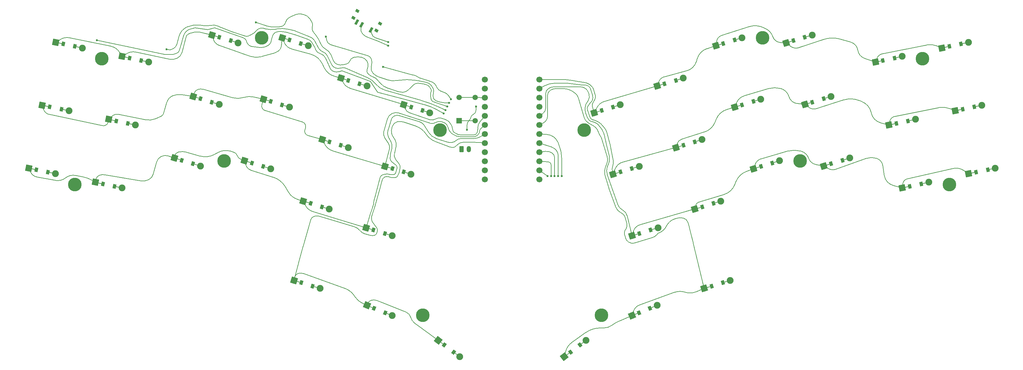
<source format=gbr>
%TF.GenerationSoftware,KiCad,Pcbnew,8.0.6*%
%TF.CreationDate,2025-05-14T19:15:18+02:00*%
%TF.ProjectId,main-rounded,6d61696e-2d72-46f7-956e-6465642e6b69,v1.0.0*%
%TF.SameCoordinates,Original*%
%TF.FileFunction,Copper,L1,Top*%
%TF.FilePolarity,Positive*%
%FSLAX46Y46*%
G04 Gerber Fmt 4.6, Leading zero omitted, Abs format (unit mm)*
G04 Created by KiCad (PCBNEW 8.0.6) date 2025-05-14 19:15:18*
%MOMM*%
%LPD*%
G01*
G04 APERTURE LIST*
G04 Aperture macros list*
%AMRoundRect*
0 Rectangle with rounded corners*
0 $1 Rounding radius*
0 $2 $3 $4 $5 $6 $7 $8 $9 X,Y pos of 4 corners*
0 Add a 4 corners polygon primitive as box body*
4,1,4,$2,$3,$4,$5,$6,$7,$8,$9,$2,$3,0*
0 Add four circle primitives for the rounded corners*
1,1,$1+$1,$2,$3*
1,1,$1+$1,$4,$5*
1,1,$1+$1,$6,$7*
1,1,$1+$1,$8,$9*
0 Add four rect primitives between the rounded corners*
20,1,$1+$1,$2,$3,$4,$5,0*
20,1,$1+$1,$4,$5,$6,$7,0*
20,1,$1+$1,$6,$7,$8,$9,0*
20,1,$1+$1,$8,$9,$2,$3,0*%
%AMRotRect*
0 Rectangle, with rotation*
0 The origin of the aperture is its center*
0 $1 length*
0 $2 width*
0 $3 Rotation angle, in degrees counterclockwise*
0 Add horizontal line*
21,1,$1,$2,0,0,$3*%
G04 Aperture macros list end*
%TA.AperFunction,Conductor*%
%ADD10C,0.200000*%
%TD*%
%TA.AperFunction,ComponentPad*%
%ADD11RotRect,1.778000X1.778000X343.000000*%
%TD*%
%TA.AperFunction,SMDPad,CuDef*%
%ADD12RotRect,0.900000X1.200000X343.000000*%
%TD*%
%TA.AperFunction,ComponentPad*%
%ADD13C,1.905000*%
%TD*%
%TA.AperFunction,ComponentPad*%
%ADD14RotRect,1.778000X1.778000X17.000000*%
%TD*%
%TA.AperFunction,SMDPad,CuDef*%
%ADD15RotRect,0.900000X1.200000X17.000000*%
%TD*%
%TA.AperFunction,ComponentPad*%
%ADD16RotRect,1.778000X1.778000X348.000000*%
%TD*%
%TA.AperFunction,SMDPad,CuDef*%
%ADD17RotRect,0.900000X1.200000X348.000000*%
%TD*%
%TA.AperFunction,ComponentPad*%
%ADD18C,3.800000*%
%TD*%
%TA.AperFunction,ComponentPad*%
%ADD19RotRect,1.778000X1.778000X12.000000*%
%TD*%
%TA.AperFunction,SMDPad,CuDef*%
%ADD20RotRect,0.900000X1.200000X12.000000*%
%TD*%
%TA.AperFunction,SMDPad,CuDef*%
%ADD21RotRect,0.700000X1.500000X151.000000*%
%TD*%
%TA.AperFunction,SMDPad,CuDef*%
%ADD22RotRect,1.000000X0.800000X151.000000*%
%TD*%
%TA.AperFunction,ComponentPad*%
%ADD23RotRect,1.778000X1.778000X323.000000*%
%TD*%
%TA.AperFunction,SMDPad,CuDef*%
%ADD24RotRect,0.900000X1.200000X323.000000*%
%TD*%
%TA.AperFunction,ComponentPad*%
%ADD25RoundRect,0.240000X-0.360000X-0.635000X0.360000X-0.635000X0.360000X0.635000X-0.360000X0.635000X0*%
%TD*%
%TA.AperFunction,ComponentPad*%
%ADD26O,1.200000X1.750000*%
%TD*%
%TA.AperFunction,ComponentPad*%
%ADD27RotRect,1.778000X1.778000X37.000000*%
%TD*%
%TA.AperFunction,SMDPad,CuDef*%
%ADD28RotRect,0.900000X1.200000X37.000000*%
%TD*%
%TA.AperFunction,ComponentPad*%
%ADD29R,1.498000X1.498000*%
%TD*%
%TA.AperFunction,ComponentPad*%
%ADD30C,1.498000*%
%TD*%
%TA.AperFunction,ComponentPad*%
%ADD31RotRect,1.778000X1.778000X22.000000*%
%TD*%
%TA.AperFunction,SMDPad,CuDef*%
%ADD32RotRect,0.900000X1.200000X22.000000*%
%TD*%
%TA.AperFunction,ComponentPad*%
%ADD33RotRect,1.778000X1.778000X338.000000*%
%TD*%
%TA.AperFunction,SMDPad,CuDef*%
%ADD34RotRect,0.900000X1.200000X338.000000*%
%TD*%
%TA.AperFunction,ComponentPad*%
%ADD35C,1.700000*%
%TD*%
%TA.AperFunction,ViaPad*%
%ADD36C,0.600000*%
%TD*%
G04 APERTURE END LIST*
D10*
%TO.N,P4*%
X152500000Y-111000000D02*
X160000000Y-113000000D01*
X74000000Y-96500000D02*
X93000000Y-100500000D01*
X142500000Y-105000000D02*
X150500000Y-108000000D01*
X101500000Y-93000000D02*
X105000000Y-93500000D01*
X105000000Y-93500000D02*
X107000000Y-93000000D01*
X150500000Y-108000000D02*
X152500000Y-111000000D01*
%TD*%
D11*
%TO.P,D14,1*%
%TO.N,P20*%
X136978943Y-124283215D03*
D12*
X139044561Y-124914738D03*
%TO.P,D14,2*%
%TO.N,index_home*%
X142200367Y-125879564D03*
D13*
X144265985Y-126511087D03*
%TD*%
D11*
%TO.P,D18,1*%
%TO.N,P21*%
X159826681Y-114537402D03*
D12*
X161892299Y-115168925D03*
%TO.P,D18,2*%
%TO.N,inner_top*%
X165048105Y-116133751D03*
D13*
X167113723Y-116765274D03*
%TD*%
D14*
%TO.P,D32,1*%
%TO.N,P0*%
X252338500Y-115218197D03*
D15*
X254404118Y-114586674D03*
%TO.P,D32,2*%
%TO.N,mirror_middle_home*%
X257559924Y-113621848D03*
D13*
X259625542Y-112990325D03*
%TD*%
D14*
%TO.P,D31,1*%
%TO.N,P2*%
X257601191Y-132431682D03*
D15*
X259666809Y-131800159D03*
%TO.P,D31,2*%
%TO.N,mirror_middle_bottom*%
X262822615Y-130835333D03*
D13*
X264888233Y-130203810D03*
%TD*%
D11*
%TO.P,D11,1*%
%TO.N,P20*%
X120563383Y-112990325D03*
D12*
X122629001Y-113621848D03*
%TO.P,D11,2*%
%TO.N,middle_home*%
X125784807Y-114586674D03*
D13*
X127850425Y-115218197D03*
%TD*%
D14*
%TO.P,D34,1*%
%TO.N,P2*%
X241185631Y-143724573D03*
D15*
X243251249Y-143093050D03*
%TO.P,D34,2*%
%TO.N,mirror_index_bottom*%
X246407055Y-142128224D03*
D13*
X248472673Y-141496701D03*
%TD*%
D16*
%TO.P,D6,1*%
%TO.N,P21*%
X81070573Y-101006878D03*
D17*
X83183371Y-101455969D03*
%TO.P,D6,2*%
%TO.N,pinky_top*%
X86411259Y-102142077D03*
D13*
X88524057Y-102591168D03*
%TD*%
D18*
%TO.P,H3,*%
%TO.N,*%
X67861043Y-136843582D03*
%TD*%
D14*
%TO.P,D35,1*%
%TO.N,P0*%
X235922940Y-126511087D03*
D15*
X237988558Y-125879564D03*
%TO.P,D35,2*%
%TO.N,mirror_index_home*%
X241144364Y-124914738D03*
D13*
X243209982Y-124283215D03*
%TD*%
D11*
%TO.P,D7,1*%
%TO.N,P19*%
X95669044Y-129430271D03*
D12*
X97734662Y-130061794D03*
%TO.P,D7,2*%
%TO.N,ring_bottom*%
X100890468Y-131026620D03*
D13*
X102956086Y-131658143D03*
%TD*%
D18*
%TO.P,H9,*%
%TO.N,*%
X169921428Y-121639132D03*
%TD*%
D19*
%TO.P,D27,1*%
%TO.N,P1*%
X291664869Y-102591168D03*
D20*
X293777667Y-102142077D03*
%TO.P,D27,2*%
%TO.N,mirror_pinky_top*%
X297005555Y-101455969D03*
D13*
X299118353Y-101006878D03*
%TD*%
D16*
%TO.P,D5,1*%
%TO.N,P20*%
X77328162Y-118613535D03*
D17*
X79440960Y-119062626D03*
%TO.P,D5,2*%
%TO.N,pinky_home*%
X82668848Y-119748734D03*
D13*
X84781646Y-120197825D03*
%TD*%
D14*
%TO.P,D33,1*%
%TO.N,P1*%
X247075809Y-98004711D03*
D15*
X249141427Y-97373188D03*
%TO.P,D33,2*%
%TO.N,mirror_middle_top*%
X252297233Y-96408362D03*
D13*
X254362851Y-95776839D03*
%TD*%
D18*
%TO.P,H7,*%
%TO.N,*%
X260090871Y-95803284D03*
%TD*%
D16*
%TO.P,D3,1*%
%TO.N,P21*%
X62485768Y-97056556D03*
D17*
X64598566Y-97505647D03*
%TO.P,D3,2*%
%TO.N,outer_top*%
X67826454Y-98191755D03*
D13*
X69939252Y-98640846D03*
%TD*%
D18*
%TO.P,H2,*%
%TO.N,*%
X304843061Y-101630268D03*
%TD*%
D19*
%TO.P,D22,1*%
%TO.N,P2*%
X317734494Y-133854159D03*
D20*
X319847292Y-133405068D03*
%TO.P,D22,2*%
%TO.N,mirror_outer_bottom*%
X323075180Y-132718960D03*
D13*
X325187978Y-132269869D03*
%TD*%
D14*
%TO.P,D40,1*%
%TO.N,P3*%
X243792589Y-165932764D03*
D15*
X245858207Y-165301241D03*
%TO.P,D40,2*%
%TO.N,mirror_near_thumb*%
X249014013Y-164336415D03*
D13*
X251079631Y-163704892D03*
%TD*%
D19*
%TO.P,D25,1*%
%TO.N,P2*%
X299149690Y-137804482D03*
D20*
X301262488Y-137355391D03*
%TO.P,D25,2*%
%TO.N,mirror_pinky_bottom*%
X304490376Y-136669283D03*
D13*
X306603174Y-136220192D03*
%TD*%
D11*
%TO.P,D15,1*%
%TO.N,P21*%
X142241634Y-107069730D03*
D12*
X144307252Y-107701253D03*
%TO.P,D15,2*%
%TO.N,index_top*%
X147463058Y-108666079D03*
D13*
X149528676Y-109297602D03*
%TD*%
D11*
%TO.P,D17,1*%
%TO.N,P20*%
X154563990Y-131750887D03*
D12*
X156629608Y-132382410D03*
%TO.P,D17,2*%
%TO.N,inner_home*%
X159785414Y-133347236D03*
D13*
X161851032Y-133978759D03*
%TD*%
D11*
%TO.P,D13,1*%
%TO.N,P19*%
X131716253Y-141496701D03*
D12*
X133781871Y-142128224D03*
%TO.P,D13,2*%
%TO.N,index_bottom*%
X136937677Y-143093050D03*
D13*
X139003295Y-143724573D03*
%TD*%
D21*
%TO.P,REF\u002A\u002A,1*%
%TO.N,RAW*%
X150619477Y-93621408D03*
%TO.P,REF\u002A\u002A,2*%
%TO.N,Bat+*%
X147995620Y-92166978D03*
%TO.P,REF\u002A\u002A,3*%
%TO.N,N/C*%
X146683690Y-91439763D03*
D22*
%TO.P,REF\u002A\u002A,SH1*%
X152159071Y-93731637D03*
%TO.P,REF\u002A\u002A,SH2*%
X145774349Y-90192526D03*
%TO.P,REF\u002A\u002A,SH3*%
X153225651Y-91807474D03*
%TO.P,REF\u002A\u002A,SH4*%
X146840929Y-88268363D03*
%TD*%
D18*
%TO.P,H5,*%
%TO.N,*%
X120098055Y-95803284D03*
%TD*%
D16*
%TO.P,D2,1*%
%TO.N,P20*%
X58743358Y-114663213D03*
D17*
X60856156Y-115112304D03*
%TO.P,D2,2*%
%TO.N,outer_home*%
X64084044Y-115798412D03*
D13*
X66196842Y-116247503D03*
%TD*%
D14*
%TO.P,D39,1*%
%TO.N,P1*%
X213075202Y-116765274D03*
D15*
X215140820Y-116133751D03*
%TO.P,D39,2*%
%TO.N,mirror_inner_top*%
X218296626Y-115168925D03*
D13*
X220362244Y-114537402D03*
%TD*%
D18*
%TO.P,H10,*%
%TO.N,*%
X210267497Y-121639132D03*
%TD*%
%TO.P,H6,*%
%TO.N,*%
X109572673Y-130230255D03*
%TD*%
D23*
%TO.P,D21,1*%
%TO.N,P18*%
X169408540Y-180454619D03*
D24*
X171133592Y-181754539D03*
%TO.P,D21,2*%
%TO.N,far_thumb*%
X173769090Y-183740529D03*
D13*
X175494142Y-185040449D03*
%TD*%
D19*
%TO.P,D26,1*%
%TO.N,P0*%
X295407279Y-120197825D03*
D20*
X297520077Y-119748734D03*
%TO.P,D26,2*%
%TO.N,mirror_pinky_home*%
X300747965Y-119062626D03*
D13*
X302860763Y-118613535D03*
%TD*%
D14*
%TO.P,D38,1*%
%TO.N,P0*%
X218337893Y-133978759D03*
D15*
X220403511Y-133347236D03*
%TO.P,D38,2*%
%TO.N,mirror_inner_home*%
X223559317Y-132382410D03*
D13*
X225624935Y-131750887D03*
%TD*%
D11*
%TO.P,D19,1*%
%TO.N,P18*%
X129109294Y-163704892D03*
D12*
X131174912Y-164336415D03*
%TO.P,D19,2*%
%TO.N,near_thumb*%
X134330718Y-165301241D03*
D13*
X136396336Y-165932764D03*
%TD*%
D18*
%TO.P,H11,*%
%TO.N,*%
X165145313Y-173437661D03*
%TD*%
D11*
%TO.P,D10,1*%
%TO.N,P19*%
X115300692Y-130203810D03*
D12*
X117366310Y-130835333D03*
%TO.P,D10,2*%
%TO.N,middle_bottom*%
X120522116Y-131800159D03*
D13*
X122587734Y-132431682D03*
%TD*%
D11*
%TO.P,D9,1*%
%TO.N,P21*%
X106194425Y-95003300D03*
D12*
X108260043Y-95634823D03*
%TO.P,D9,2*%
%TO.N,ring_top*%
X111415849Y-96599649D03*
D13*
X113481467Y-97231172D03*
%TD*%
D11*
%TO.P,D12,1*%
%TO.N,P21*%
X125826074Y-95776839D03*
D12*
X127891692Y-96408362D03*
%TO.P,D12,2*%
%TO.N,middle_top*%
X131047498Y-97373188D03*
D13*
X133113116Y-98004711D03*
%TD*%
D16*
%TO.P,D4,1*%
%TO.N,P19*%
X73585752Y-136220192D03*
D17*
X75698550Y-136669283D03*
%TO.P,D4,2*%
%TO.N,pinky_bottom*%
X78926438Y-137355391D03*
D13*
X81039236Y-137804482D03*
%TD*%
D11*
%TO.P,D8,1*%
%TO.N,P20*%
X100931734Y-112216786D03*
D12*
X102997352Y-112848309D03*
%TO.P,D8,2*%
%TO.N,ring_home*%
X106153158Y-113813135D03*
D13*
X108218776Y-114444658D03*
%TD*%
D18*
%TO.P,H8,*%
%TO.N,*%
X270616252Y-130230255D03*
%TD*%
%TO.P,H1,*%
%TO.N,*%
X75345864Y-101630268D03*
%TD*%
D14*
%TO.P,D30,1*%
%TO.N,P1*%
X266707458Y-97231172D03*
D15*
X268773076Y-96599649D03*
%TO.P,D30,2*%
%TO.N,mirror_ring_top*%
X271928882Y-95634823D03*
D13*
X273994500Y-95003300D03*
%TD*%
D25*
%TO.P,JST1,1*%
%TO.N,GND*%
X176000000Y-127000000D03*
D26*
%TO.P,JST1,2*%
%TO.N,Bat+*%
X178000000Y-127000000D03*
%TD*%
D27*
%TO.P,D42,1*%
%TO.N,P3*%
X204694783Y-185040449D03*
D28*
X206419835Y-183740529D03*
%TO.P,D42,2*%
%TO.N,mirror_far_thumb*%
X209055333Y-181754539D03*
D13*
X210780385Y-180454619D03*
%TD*%
D16*
%TO.P,D1,1*%
%TO.N,P19*%
X55000947Y-132269869D03*
D17*
X57113745Y-132718960D03*
%TO.P,D1,2*%
%TO.N,outer_bottom*%
X60341633Y-133405068D03*
D13*
X62454431Y-133854159D03*
%TD*%
D14*
%TO.P,D28,1*%
%TO.N,P2*%
X277232840Y-131658143D03*
D15*
X279298458Y-131026620D03*
%TO.P,D28,2*%
%TO.N,mirror_ring_bottom*%
X282454264Y-130061794D03*
D13*
X284519882Y-129430271D03*
%TD*%
D14*
%TO.P,D37,1*%
%TO.N,P2*%
X223600584Y-151192245D03*
D15*
X225666202Y-150560722D03*
%TO.P,D37,2*%
%TO.N,mirror_inner_bottom*%
X228822008Y-149595896D03*
D13*
X230887626Y-148964373D03*
%TD*%
D29*
%TO.P,REF\u002A\u002A,1*%
%TO.N,GND*%
X175250000Y-119000000D03*
D30*
%TO.P,REF\u002A\u002A,2*%
%TO.N,RST*%
X175250000Y-112500000D03*
%TO.P,REF\u002A\u002A,3*%
%TO.N,GND*%
X179750000Y-119000000D03*
%TO.P,REF\u002A\u002A,4*%
%TO.N,RST*%
X179750000Y-112500000D03*
%TD*%
D18*
%TO.P,H4,*%
%TO.N,*%
X312327882Y-136843582D03*
%TD*%
D14*
%TO.P,D36,1*%
%TO.N,P1*%
X230660249Y-109297602D03*
D15*
X232725867Y-108666079D03*
%TO.P,D36,2*%
%TO.N,mirror_index_top*%
X235881673Y-107701253D03*
D13*
X237947291Y-107069730D03*
%TD*%
D19*
%TO.P,D24,1*%
%TO.N,P1*%
X310249673Y-98640846D03*
D20*
X312362471Y-98191755D03*
%TO.P,D24,2*%
%TO.N,mirror_outer_top*%
X315590359Y-97505647D03*
D13*
X317703157Y-97056556D03*
%TD*%
D14*
%TO.P,D29,1*%
%TO.N,P0*%
X271970149Y-114444658D03*
D15*
X274035767Y-113813135D03*
%TO.P,D29,2*%
%TO.N,mirror_ring_home*%
X277191573Y-112848309D03*
D13*
X279257191Y-112216786D03*
%TD*%
D18*
%TO.P,H12,*%
%TO.N,*%
X215043612Y-173437661D03*
%TD*%
D19*
%TO.P,D23,1*%
%TO.N,P0*%
X313992084Y-116247503D03*
D20*
X316104882Y-115798412D03*
%TO.P,D23,2*%
%TO.N,mirror_outer_home*%
X319332770Y-115112304D03*
D13*
X321445568Y-114663213D03*
%TD*%
D31*
%TO.P,D41,1*%
%TO.N,P3*%
X223595295Y-173541722D03*
D32*
X225598012Y-172732572D03*
%TO.P,D41,2*%
%TO.N,mirror_home_thumb*%
X228657718Y-171496370D03*
D13*
X230660435Y-170687220D03*
%TD*%
D11*
%TO.P,D16,1*%
%TO.N,P19*%
X149301300Y-148964373D03*
D12*
X151366918Y-149595896D03*
%TO.P,D16,2*%
%TO.N,inner_bottom*%
X154522724Y-150560722D03*
D13*
X156588342Y-151192245D03*
%TD*%
D33*
%TO.P,D20,1*%
%TO.N,P18*%
X149528490Y-170687220D03*
D34*
X151531207Y-171496370D03*
%TO.P,D20,2*%
%TO.N,home_thumb*%
X154590913Y-172732572D03*
D13*
X156593630Y-173541722D03*
%TD*%
D35*
%TO.P,MCU1,1*%
%TO.N,P1*%
X197740000Y-107460000D03*
%TO.P,MCU1,2*%
%TO.N,P0*%
X197740000Y-110000000D03*
%TO.P,MCU1,3*%
%TO.N,GND*%
X197740000Y-112540000D03*
%TO.P,MCU1,4*%
X197740000Y-115080000D03*
%TO.P,MCU1,5*%
%TO.N,P2*%
X197740000Y-117620000D03*
%TO.P,MCU1,6*%
%TO.N,P3*%
X197740000Y-120160000D03*
%TO.P,MCU1,7*%
%TO.N,P4*%
X197740000Y-122700000D03*
%TO.P,MCU1,8*%
%TO.N,P5*%
X197740000Y-125240000D03*
%TO.P,MCU1,9*%
%TO.N,P6*%
X197740000Y-127780000D03*
%TO.P,MCU1,10*%
%TO.N,P7*%
X197740000Y-130320000D03*
%TO.P,MCU1,11*%
%TO.N,P8*%
X197740000Y-132860000D03*
%TO.P,MCU1,12*%
%TO.N,P9*%
X197740000Y-135400000D03*
%TO.P,MCU1,13*%
%TO.N,P10*%
X182500000Y-135400000D03*
%TO.P,MCU1,14*%
%TO.N,P16*%
X182500000Y-132860000D03*
%TO.P,MCU1,15*%
%TO.N,P14*%
X182500000Y-130320000D03*
%TO.P,MCU1,16*%
%TO.N,P15*%
X182500000Y-127780000D03*
%TO.P,MCU1,17*%
%TO.N,P18*%
X182500000Y-125240000D03*
%TO.P,MCU1,18*%
%TO.N,P19*%
X182500000Y-122700000D03*
%TO.P,MCU1,19*%
%TO.N,P20*%
X182500000Y-120160000D03*
%TO.P,MCU1,20*%
%TO.N,P21*%
X182500000Y-117620000D03*
%TO.P,MCU1,21*%
%TO.N,VCC*%
X182500000Y-115080000D03*
%TO.P,MCU1,22*%
%TO.N,RST*%
X182500000Y-112540000D03*
%TO.P,MCU1,23*%
%TO.N,GND*%
X182500000Y-110000000D03*
%TO.P,MCU1,24*%
%TO.N,RAW*%
X182500000Y-107460000D03*
%TD*%
D36*
%TO.N,P4*%
X171000000Y-117000000D03*
X74000000Y-96500000D03*
X204000000Y-134500000D03*
%TO.N,P5*%
X203000000Y-134500000D03*
X93500000Y-99000000D03*
X171500000Y-116000000D03*
%TO.N,P6*%
X202000000Y-134500000D03*
X172000000Y-115000000D03*
X118500000Y-91500000D03*
%TO.N,P7*%
X172500000Y-114000000D03*
X138000000Y-95500000D03*
X201000000Y-134500000D03*
%TO.N,P8*%
X173000000Y-113000000D03*
X200000000Y-134500000D03*
X154000000Y-103900000D03*
%TO.N,RAW*%
X155500000Y-97000000D03*
%TO.N,GND*%
X177522956Y-121500000D03*
X180000000Y-115000000D03*
%TO.N,Bat+*%
X155500000Y-98000000D03*
%TD*%
D10*
%TO.N,P4*%
X123249999Y-94999999D02*
X123226691Y-95046617D01*
X121750000Y-98000000D02*
X122061471Y-97792352D01*
X122673038Y-96980884D02*
X122666666Y-96999999D01*
X165552491Y-114480664D02*
X160000000Y-113000000D01*
X135117178Y-99042948D02*
X134785337Y-98213344D01*
X125250000Y-94000000D02*
X125059016Y-94000000D01*
X97808258Y-96766964D02*
X97691740Y-97233034D01*
X199870000Y-122850000D02*
X197740000Y-122700000D01*
X120098612Y-98500000D02*
X119530776Y-98500000D01*
X96166666Y-100166666D02*
X96666666Y-99916666D01*
X114972852Y-95813947D02*
X107000000Y-93000000D01*
X98250000Y-95250000D02*
X98276393Y-95170820D01*
X116215399Y-97534601D02*
X115951957Y-97103802D01*
X141750000Y-105250000D02*
X142500000Y-105000000D01*
X94754644Y-100500000D02*
X93000000Y-100500000D01*
X129485490Y-94977714D02*
X132765239Y-96108822D01*
X204000000Y-129817622D02*
X204000000Y-134500000D01*
X100185994Y-93328501D02*
X101500000Y-93000000D01*
X137918637Y-101441935D02*
X139178919Y-104277568D01*
X115909639Y-97034601D02*
X115951957Y-97103802D01*
X97250000Y-98750000D02*
X97058925Y-99323223D01*
X126724506Y-94193883D02*
X127500670Y-94401592D01*
X115918519Y-97030547D02*
X115750000Y-96500000D01*
X203058724Y-125382130D02*
X202867217Y-124951239D01*
X117029233Y-98132308D02*
X117500000Y-98250000D01*
X169250000Y-116000000D02*
X171000000Y-117000000D01*
X117029233Y-98132308D02*
G75*
G02*
X116215383Y-97534611I323267J1293108D01*
G01*
X100185994Y-93328501D02*
G75*
G03*
X98999991Y-93999991I619106J-2476599D01*
G01*
X134000000Y-96916666D02*
G75*
G02*
X134785320Y-98213351I-3523700J-3020234D01*
G01*
X115750000Y-96500000D02*
G75*
G03*
X114972843Y-95813972I-1237700J-618900D01*
G01*
X122673038Y-96980884D02*
G75*
G03*
X122916671Y-96000001I-6129238J2043084D01*
G01*
X136500000Y-100250000D02*
G75*
G02*
X137918590Y-101441956I-512600J-2050200D01*
G01*
X135117178Y-99042948D02*
G75*
G03*
X136500013Y-100249949I1871722J748748D01*
G01*
X123249999Y-94999999D02*
G75*
G02*
X123999999Y-94249999I1500001J-750001D01*
G01*
X96916666Y-99666666D02*
G75*
G03*
X97058928Y-99323224I-2345066J1172566D01*
G01*
X117500000Y-98250000D02*
G75*
G03*
X119530776Y-98500003I2030800J8123200D01*
G01*
X140250000Y-105250000D02*
G75*
G02*
X139178911Y-104277571I566800J1700400D01*
G01*
X115918519Y-97030547D02*
G75*
G02*
X115909613Y-97034617I-4719J-1453D01*
G01*
X199870000Y-122850000D02*
G75*
G02*
X202867232Y-124951232I-249600J-3544300D01*
G01*
X98276393Y-95170820D02*
G75*
G02*
X98999996Y-93999996I2841607J-947180D01*
G01*
X98250000Y-95250000D02*
G75*
G03*
X97808260Y-96766964I19527800J-6509300D01*
G01*
X97250000Y-98750000D02*
G75*
G03*
X97691741Y-97233034I-19529500J6509800D01*
G01*
X128498417Y-94672203D02*
G75*
G03*
X127500670Y-94401592I-40659217J-147936497D01*
G01*
X140250000Y-105250000D02*
G75*
G03*
X141750000Y-105250000I750000J2250005D01*
G01*
X169250000Y-116000000D02*
G75*
G03*
X165552490Y-114480666I-7692500J-13461900D01*
G01*
X134000000Y-96916666D02*
G75*
G03*
X132765238Y-96108826I-2007300J-1720534D01*
G01*
X126724506Y-94193883D02*
G75*
G03*
X125250000Y-93999998I-1474506J-5509917D01*
G01*
X122061471Y-97792352D02*
G75*
G03*
X122666688Y-97000006I-852071J1278152D01*
G01*
X123226691Y-95046617D02*
G75*
G03*
X122916661Y-95999999I3015109J-1507583D01*
G01*
X124000000Y-94250000D02*
G75*
G02*
X125059016Y-94000004I1059000J-2118000D01*
G01*
X115918519Y-97030547D02*
G75*
G03*
X115951948Y-97103808I318881J101247D01*
G01*
X129485490Y-94977714D02*
G75*
G03*
X128498418Y-94672200I-5273990J-15292186D01*
G01*
X203058724Y-125382130D02*
G75*
G02*
X203999993Y-129817622I-9979824J-4435470D01*
G01*
X120098612Y-98500000D02*
G75*
G03*
X121749998Y-97999997I-12J2977100D01*
G01*
X94754644Y-100500000D02*
G75*
G03*
X96166659Y-100166651I-44J3157400D01*
G01*
X96916666Y-99666666D02*
G75*
G02*
X96666666Y-99916666I-499966J249966D01*
G01*
%TO.N,outer_bottom*%
X60341633Y-133405068D02*
X62454431Y-133854159D01*
%TO.N,outer_home*%
X64084044Y-115798412D02*
X66196842Y-116247503D01*
%TO.N,outer_top*%
X67826454Y-98191755D02*
X69939252Y-98640846D01*
%TO.N,P5*%
X139646446Y-103292893D02*
X138353553Y-100707106D01*
X103988071Y-92373508D02*
X102889240Y-92236154D01*
X118499999Y-93916666D02*
X118657002Y-93733496D01*
X94968521Y-99035261D02*
X95318181Y-98874999D01*
X93500000Y-99000000D02*
X94000000Y-99125000D01*
X124250000Y-93312500D02*
X123768405Y-93398498D01*
X169138572Y-114950476D02*
X171500000Y-116000000D01*
X129535762Y-93914304D02*
X132980965Y-95292386D01*
X129535762Y-93914304D02*
X129464238Y-93885695D01*
X116500000Y-95249999D02*
X117312815Y-94843592D01*
X136107767Y-98813593D02*
X134777350Y-96485362D01*
X107924129Y-92531260D02*
X108500000Y-92800000D01*
X111570350Y-94023450D02*
X115469669Y-95323223D01*
X129462696Y-93890407D02*
X127721673Y-93442715D01*
X96999039Y-95336855D02*
X96373175Y-97631687D01*
X164749766Y-113357076D02*
X154539189Y-110439768D01*
X121250000Y-93312499D02*
X120511309Y-93127827D01*
X203000000Y-134500000D02*
X203000000Y-128833840D01*
X149533432Y-106858376D02*
X143724285Y-104316875D01*
X201209250Y-126400813D02*
X197740000Y-125240000D01*
X142250000Y-104250000D02*
G75*
G02*
X143724290Y-104316864I650200J-1950500D01*
G01*
X202500000Y-127332699D02*
G75*
G02*
X202999981Y-128833840I-2003400J-1501101D01*
G01*
X129535762Y-93914304D02*
G75*
G03*
X129462695Y-93890411I-221662J-554196D01*
G01*
X99250000Y-92750000D02*
G75*
G02*
X102889243Y-92236130I2767800J-6458100D01*
G01*
X118657002Y-93733496D02*
G75*
G02*
X119500000Y-93166667I1444698J-1238304D01*
G01*
X152000000Y-108750000D02*
G75*
G03*
X149533421Y-106858401I-5067900J-4054400D01*
G01*
X136107767Y-98813593D02*
G75*
G03*
X137250004Y-99749988I1796533J1026593D01*
G01*
X111570350Y-94023450D02*
G75*
G02*
X108500000Y-92800000I9103250J27309750D01*
G01*
X164749766Y-113357076D02*
G75*
G02*
X169138573Y-114950475I-9174566J-32111024D01*
G01*
X137250000Y-99750000D02*
G75*
G02*
X138353547Y-100707109I-603600J-1810700D01*
G01*
X134000000Y-95750000D02*
G75*
G03*
X132980965Y-95292386I-6010400J-12020800D01*
G01*
X94968521Y-99035261D02*
G75*
G02*
X93999993Y-99125030I-612221J1335661D01*
G01*
X152000000Y-108750000D02*
G75*
G03*
X154539186Y-110439779I3917400J3133900D01*
G01*
X118499999Y-93916666D02*
G75*
G02*
X117312825Y-94843611I-2888699J2475966D01*
G01*
X103988071Y-92373508D02*
G75*
G03*
X105999997Y-92299985I779429J6235808D01*
G01*
X107924129Y-92531260D02*
G75*
G03*
X105999998Y-92299992I-1314529J-2816840D01*
G01*
X121250000Y-93312499D02*
G75*
G03*
X123768404Y-93398494I1460100J5840399D01*
G01*
X142250000Y-104250000D02*
G75*
G02*
X140750000Y-104250000I-750000J2250005D01*
G01*
X134000000Y-95750000D02*
G75*
G02*
X134777352Y-96485361I-825700J-1651400D01*
G01*
X95318181Y-98874999D02*
G75*
G03*
X96373196Y-97631693I-801981J1749799D01*
G01*
X139646446Y-103292893D02*
G75*
G03*
X140749998Y-104250007I1707154J853593D01*
G01*
X129462696Y-93890407D02*
G75*
G03*
X129464235Y-93885701I604J2407D01*
G01*
X124250000Y-93312500D02*
G75*
G02*
X127721668Y-93442733I1436500J-8044600D01*
G01*
X202500000Y-127332699D02*
G75*
G03*
X201209249Y-126400816I-2138800J-1602601D01*
G01*
X116500000Y-95249999D02*
G75*
G02*
X115469658Y-95323256I-603600J1207099D01*
G01*
X119500000Y-93166666D02*
G75*
G02*
X120511303Y-93127850I572300J-1717034D01*
G01*
X96999039Y-95336855D02*
G75*
G02*
X99250006Y-92750013I3804261J-1037545D01*
G01*
%TO.N,pinky_bottom*%
X78926438Y-137355391D02*
X81039236Y-137804482D01*
%TO.N,pinky_home*%
X82668848Y-119748734D02*
X84781646Y-120197825D01*
%TO.N,pinky_top*%
X86411259Y-102142077D02*
X88524057Y-102591168D01*
%TO.N,P6*%
X168228035Y-113742678D02*
X172000000Y-115000000D01*
X199603215Y-127590978D02*
X197740000Y-127780000D01*
X167196116Y-109794174D02*
X167283867Y-109925800D01*
X145766964Y-101308258D02*
X146000000Y-101250000D01*
X153000000Y-108250000D02*
X152493864Y-107617330D01*
X162469669Y-109030329D02*
X162000472Y-109499527D01*
X148125525Y-101281381D02*
X148000000Y-101250000D01*
X167535422Y-113168466D02*
X167404761Y-112700000D01*
X124750000Y-92750000D02*
X125479583Y-92645773D01*
X159728260Y-111009510D02*
X159750613Y-111007884D01*
X166157002Y-108914250D02*
X165227606Y-108681901D01*
X202000000Y-129401387D02*
X202000000Y-134500000D01*
X135158978Y-94948723D02*
X134493864Y-94117330D01*
X167358551Y-111288727D02*
X167480875Y-110704911D01*
X149676776Y-105676776D02*
X150000000Y-106000000D01*
X151170820Y-106723606D02*
X151250000Y-106750000D01*
X136499999Y-97250000D02*
X136584772Y-97461931D01*
X158303051Y-110844703D02*
X155527913Y-109977472D01*
X142775217Y-103344956D02*
X143724782Y-103155043D01*
X128292892Y-89853552D02*
X127921954Y-90039022D01*
X131275217Y-89155043D02*
X131750000Y-89249999D01*
X139440415Y-100527635D02*
X140188579Y-102273352D01*
X149560633Y-104757464D02*
X149781380Y-103874474D01*
X121322949Y-92440983D02*
X118500000Y-91500000D01*
X133655855Y-90593093D02*
X134093255Y-91322092D01*
X202000000Y-129401387D02*
G75*
G03*
X201250005Y-127999993I-1684300J-13D01*
G01*
X167535422Y-113168466D02*
G75*
G03*
X167800001Y-113533331I623778J173966D01*
G01*
X149500000Y-102250000D02*
G75*
G02*
X149781402Y-103874479I-1695400J-1130300D01*
G01*
X162469669Y-109030329D02*
G75*
G02*
X163750000Y-108500010I1280331J-1280371D01*
G01*
X168228035Y-113742678D02*
G75*
G02*
X167799997Y-113533338I567565J1702778D01*
G01*
X148000000Y-101250000D02*
G75*
G03*
X146000000Y-101250000I-1000000J-3999987D01*
G01*
X134493864Y-94117330D02*
G75*
G02*
X134249966Y-92749989I1134736J907830D01*
G01*
X152493864Y-107617330D02*
G75*
G03*
X151249988Y-106750035I-2090364J-1672370D01*
G01*
X126750000Y-91500000D02*
G75*
G02*
X125479582Y-92645765I-1487200J371800D01*
G01*
X158303051Y-110844703D02*
G75*
G03*
X159728261Y-111009523I1146349J3668203D01*
G01*
X167358551Y-111288727D02*
G75*
G03*
X167404783Y-112699994I2915749J-610873D01*
G01*
X145766964Y-101308258D02*
G75*
G03*
X144750041Y-102250014I349336J-1397142D01*
G01*
X160978261Y-110478261D02*
G75*
G03*
X162000470Y-109499525I-22012061J24012961D01*
G01*
X167461904Y-110300000D02*
G75*
G02*
X167480880Y-110704912I-772404J-239100D01*
G01*
X167196116Y-109794174D02*
G75*
G03*
X166750001Y-109249999I-2970816J-1980526D01*
G01*
X149500000Y-105250000D02*
G75*
G03*
X149676787Y-105676765I603500J0D01*
G01*
X139440415Y-100527635D02*
G75*
G03*
X138000016Y-98999968I-2805415J-1202265D01*
G01*
X141250000Y-103250000D02*
G75*
G02*
X140188590Y-102273347I556700J1670100D01*
G01*
X136584772Y-97461931D02*
G75*
G03*
X138000000Y-99000000I2730328J1092131D01*
G01*
X153000000Y-108250000D02*
G75*
G03*
X155527921Y-109977447I4090300J3272300D01*
G01*
X143724782Y-103155043D02*
G75*
G03*
X144749992Y-102249997I-267182J1335843D01*
G01*
X133655855Y-90593093D02*
G75*
G03*
X131749994Y-89250030I-2470955J-1482607D01*
G01*
X131275217Y-89155043D02*
G75*
G03*
X129750001Y-89250003I-583817J-2919157D01*
G01*
X151170820Y-106723606D02*
G75*
G02*
X149999997Y-106000003I947180J2841606D01*
G01*
X141250000Y-103250000D02*
G75*
G03*
X142775218Y-103344960I941400J2824200D01*
G01*
X160978261Y-110478261D02*
G75*
G02*
X159750614Y-111007895I-1375361J1500361D01*
G01*
X124750000Y-92750000D02*
G75*
G02*
X121322952Y-92440975I-1059000J7413100D01*
G01*
X148125525Y-101281381D02*
G75*
G02*
X149499977Y-102250015I-565525J-2261919D01*
G01*
X134250000Y-92750000D02*
G75*
G03*
X134093290Y-91322071I-1630700J543600D01*
G01*
X136499999Y-97250000D02*
G75*
G03*
X135158972Y-94948728I-8435199J-3374100D01*
G01*
X167461904Y-110300000D02*
G75*
G03*
X167283861Y-109925804I-1380104J-427200D01*
G01*
X126750000Y-91500000D02*
G75*
G02*
X127921972Y-90039059I2174200J-543600D01*
G01*
X149500000Y-105250000D02*
G75*
G02*
X149560633Y-104757464I2030800J0D01*
G01*
X201250000Y-128000000D02*
G75*
G03*
X199603213Y-127590958I-1393300J-2089900D01*
G01*
X166157002Y-108914250D02*
G75*
G02*
X166749997Y-109250003I-309602J-1238350D01*
G01*
X165227606Y-108681901D02*
G75*
G03*
X163750000Y-108499999I-1477606J-5910399D01*
G01*
X128292892Y-89853552D02*
G75*
G02*
X129750000Y-89250001I4974808J-9949648D01*
G01*
%TO.N,ring_bottom*%
X100890468Y-131026620D02*
X102956086Y-131658143D01*
%TO.N,ring_home*%
X106153158Y-113813135D02*
X108218776Y-114444658D01*
%TO.N,ring_top*%
X111415849Y-96599649D02*
X113481467Y-97231172D01*
%TO.N,P7*%
X150708012Y-103959937D02*
X150844956Y-103275217D01*
X201000000Y-131353553D02*
X201000000Y-134500000D01*
X158267007Y-107705498D02*
X157999999Y-107749999D01*
X167444444Y-109055555D02*
X167589210Y-109236512D01*
X168000000Y-112127321D02*
X168000000Y-112000000D01*
X163983248Y-107830541D02*
X163232992Y-107705498D01*
X138000000Y-95500000D02*
X138250000Y-96500000D01*
X153006230Y-106835410D02*
X155057346Y-107519115D01*
X200147196Y-130476991D02*
X197740000Y-130320000D01*
X166309784Y-108327446D02*
X166000000Y-108250000D01*
X171290569Y-114000000D02*
X172500000Y-114000000D01*
X168133649Y-110965396D02*
X168121267Y-111014928D01*
X169353553Y-113617851D02*
X169750000Y-113750000D01*
X139491116Y-97783176D02*
X140250000Y-98000000D01*
X143746071Y-99013550D02*
X149741554Y-100776927D01*
X168666666Y-113333333D02*
G75*
G02*
X168166666Y-112833333I500034J1000033D01*
G01*
X163983248Y-107830541D02*
G75*
G02*
X165999999Y-108250003I-4243248J-25459259D01*
G01*
X160750000Y-107500000D02*
G75*
G02*
X163232992Y-107705498I0J-15103500D01*
G01*
X155057346Y-107519115D02*
G75*
G03*
X158000002Y-107750019I1936154J5808315D01*
G01*
X168000000Y-112000000D02*
G75*
G02*
X168121269Y-111014929I4061500J0D01*
G01*
X201000000Y-131353553D02*
G75*
G03*
X200749986Y-130750014I-853600J-47D01*
G01*
X168000000Y-112127321D02*
G75*
G03*
X168166674Y-112833329I1578700J21D01*
G01*
X200147196Y-130476991D02*
G75*
G02*
X200750002Y-130749998I-61096J-936909D01*
G01*
X139491116Y-97783176D02*
G75*
G02*
X138249960Y-96500010I490284J1716076D01*
G01*
X169353553Y-113617851D02*
G75*
G02*
X168666665Y-113333335I1658347J4975051D01*
G01*
X168133649Y-110965396D02*
G75*
G03*
X168069415Y-110055567I-1426149J356496D01*
G01*
X171290569Y-114000000D02*
G75*
G02*
X169750002Y-113749995I31J4871800D01*
G01*
X150750000Y-101750000D02*
G75*
G03*
X149741552Y-100776933I-1435400J-478500D01*
G01*
X153006230Y-106835410D02*
G75*
G02*
X151249995Y-105750005I1420770J4262410D01*
G01*
X168069444Y-110055555D02*
G75*
G03*
X167589209Y-109236513I-3055844J-1241445D01*
G01*
X150750000Y-101750000D02*
G75*
G02*
X150844960Y-103275218I-2824200J-941400D01*
G01*
X143746071Y-99013550D02*
G75*
G03*
X140250000Y-98000000I-132489971J-450465750D01*
G01*
X150708012Y-103959937D02*
G75*
G03*
X151250005Y-105749995I1943388J-388663D01*
G01*
X158267007Y-107705498D02*
G75*
G02*
X160750000Y-107500000I2482993J-14898002D01*
G01*
X166309784Y-108327446D02*
G75*
G02*
X167444439Y-109055559I-511184J-2044754D01*
G01*
%TO.N,middle_bottom*%
X120522116Y-131800159D02*
X122587734Y-132431682D01*
%TO.N,middle_home*%
X125784807Y-114586674D02*
X127850425Y-115218197D01*
%TO.N,middle_top*%
X131047498Y-97373188D02*
X133113116Y-98004711D01*
%TO.N,P8*%
X160507399Y-105722071D02*
X154000000Y-103900000D01*
X162500000Y-106250000D02*
X163157002Y-106414250D01*
X169146446Y-109792893D02*
X168864915Y-109229830D01*
X172310086Y-111965130D02*
X173000000Y-113000000D01*
X170250000Y-110750000D02*
X170469669Y-110823223D01*
X200000000Y-134500000D02*
X197740000Y-132860000D01*
X166215419Y-107632977D02*
X164339950Y-107097128D01*
X168864915Y-109229830D02*
G75*
G03*
X167750009Y-108178550I-1992415J-996170D01*
G01*
X166215419Y-107632977D02*
G75*
G02*
X167749999Y-108178574I-3536719J-12378523D01*
G01*
X169146446Y-109792893D02*
G75*
G03*
X170249998Y-110750007I1707154J853593D01*
G01*
X172310086Y-111965130D02*
G75*
G03*
X171499999Y-111250003I-1751486J-1167670D01*
G01*
X163750000Y-106750000D02*
G75*
G03*
X164339949Y-107097132I964800J964800D01*
G01*
X171500000Y-111250000D02*
G75*
G03*
X170469669Y-110823224I-3517700J-7035400D01*
G01*
X160507399Y-105722071D02*
G75*
G03*
X162500000Y-106250001I19829501J70819471D01*
G01*
X163750000Y-106750000D02*
G75*
G03*
X163157003Y-106414246I-902600J-902600D01*
G01*
%TO.N,index_bottom*%
X136937677Y-143093050D02*
X139003295Y-143724573D01*
%TO.N,index_home*%
X142200367Y-125879564D02*
X144265985Y-126511087D01*
%TO.N,index_top*%
X147463058Y-108666079D02*
X149528676Y-109297602D01*
%TO.N,inner_bottom*%
X154522724Y-150560722D02*
X156588342Y-151192245D01*
%TO.N,inner_home*%
X159785414Y-133347236D02*
X161851032Y-133978759D01*
%TO.N,inner_top*%
X165048105Y-116133751D02*
X167113723Y-116765274D01*
%TO.N,near_thumb*%
X134330718Y-165301241D02*
X136396336Y-165932764D01*
%TO.N,home_thumb*%
X154590913Y-172732572D02*
X156593630Y-173541722D01*
%TO.N,far_thumb*%
X173769090Y-183740529D02*
X175494142Y-185040449D01*
%TO.N,mirror_outer_bottom*%
X323075180Y-132718960D02*
X325187978Y-132269869D01*
%TO.N,mirror_outer_home*%
X319332770Y-115112304D02*
X321445568Y-114663213D01*
%TO.N,mirror_outer_top*%
X315590359Y-97505647D02*
X317703157Y-97056556D01*
%TO.N,mirror_pinky_bottom*%
X304490376Y-136669283D02*
X306603174Y-136220192D01*
%TO.N,mirror_pinky_home*%
X300747965Y-119062626D02*
X302860763Y-118613535D01*
%TO.N,mirror_pinky_top*%
X297005555Y-101455969D02*
X299118353Y-101006878D01*
%TO.N,mirror_ring_bottom*%
X282454264Y-130061794D02*
X284519882Y-129430271D01*
%TO.N,mirror_ring_home*%
X277191573Y-112848309D02*
X279257191Y-112216786D01*
%TO.N,mirror_ring_top*%
X271928882Y-95634823D02*
X273994500Y-95003300D01*
%TO.N,mirror_middle_bottom*%
X262822615Y-130835333D02*
X264888233Y-130203810D01*
%TO.N,mirror_middle_home*%
X257559924Y-113621848D02*
X259625542Y-112990325D01*
%TO.N,mirror_middle_top*%
X252297233Y-96408362D02*
X254362851Y-95776839D01*
%TO.N,mirror_index_bottom*%
X246407055Y-142128224D02*
X248472673Y-141496701D01*
%TO.N,mirror_index_home*%
X241144364Y-124914738D02*
X243209982Y-124283215D01*
%TO.N,mirror_index_top*%
X235881673Y-107701253D02*
X237947291Y-107069730D01*
%TO.N,mirror_inner_bottom*%
X228822008Y-149595896D02*
X230887626Y-148964373D01*
%TO.N,mirror_inner_home*%
X223559317Y-132382410D02*
X225624935Y-131750887D01*
%TO.N,mirror_inner_top*%
X218296626Y-115168925D02*
X220362244Y-114537402D01*
%TO.N,mirror_near_thumb*%
X249014013Y-164336415D02*
X251079631Y-163704892D01*
%TO.N,mirror_home_thumb*%
X228657718Y-171496370D02*
X230660435Y-170687220D01*
%TO.N,mirror_far_thumb*%
X209055333Y-181754539D02*
X210780385Y-180454619D01*
%TO.N,P19*%
X94055745Y-128867970D02*
X95322475Y-129309477D01*
X95834522Y-128715135D02*
X95751783Y-129072703D01*
X126666419Y-137444032D02*
X127633807Y-139056346D01*
X132358126Y-142748350D02*
X131716253Y-141496701D01*
X149301300Y-148964373D02*
X151366918Y-149595896D01*
X115847115Y-130370868D02*
X117366310Y-130835333D01*
X130108126Y-140998350D02*
X131716253Y-141496701D01*
X86397178Y-135816196D02*
X76279812Y-134129968D01*
X55000947Y-132269869D02*
X57113745Y-132718960D01*
X74451103Y-136404128D02*
X75698550Y-136669283D01*
X151395331Y-141950693D02*
X151369555Y-142349521D01*
X72822139Y-135773469D02*
X72542876Y-135610096D01*
X156663728Y-130663728D02*
X156353553Y-130353553D01*
X96712114Y-127821971D02*
X96999999Y-127749999D01*
X106970318Y-128405378D02*
X107909009Y-127883883D01*
X98991116Y-127783175D02*
X102832760Y-128880788D01*
X173297218Y-125078086D02*
X173250000Y-125083333D01*
X155236492Y-133919577D02*
X154424164Y-133972411D01*
X151349768Y-142450693D02*
X151333333Y-142500000D01*
X166463760Y-121772933D02*
X166750000Y-122250000D01*
X164137181Y-119239147D02*
X158546796Y-117549031D01*
X153201773Y-134910395D02*
X151542068Y-141063948D01*
X62426636Y-135704994D02*
X57200914Y-134725171D01*
X149301300Y-148964373D02*
X134345621Y-144409793D01*
X157404545Y-131250000D02*
X157586495Y-131362441D01*
X156445044Y-126997301D02*
X156108465Y-128511906D01*
X155440741Y-121530860D02*
X156285823Y-118713921D01*
X96020022Y-129537576D02*
X97734662Y-130061794D01*
X131716253Y-141496701D02*
X133781871Y-142128224D01*
X115467160Y-130750413D02*
X115650346Y-131351905D01*
X175707106Y-124000000D02*
X179307313Y-124000000D01*
X181500000Y-123350000D02*
X182500000Y-122700000D01*
X73814910Y-135268597D02*
X73792875Y-135360096D01*
X168882931Y-123960977D02*
X171784108Y-124928036D01*
X149301300Y-148964373D02*
X150687087Y-144506576D01*
X123338121Y-134817301D02*
X117144450Y-132861405D01*
X89794174Y-133921361D02*
X90705825Y-130578638D01*
X112239848Y-127782813D02*
X111250000Y-127499999D01*
X157614548Y-133505868D02*
X157904543Y-132254909D01*
X114768508Y-129995803D02*
X114236324Y-129787796D01*
X55500473Y-133384935D02*
X55000947Y-132269870D01*
X68069695Y-134313938D02*
X70315237Y-134763047D01*
X156010090Y-134039292D02*
X155755045Y-133970865D01*
X107909009Y-127883883D02*
G75*
G02*
X111250001Y-127499996I2133891J-3841017D01*
G01*
X114768508Y-129995803D02*
G75*
G03*
X115847115Y-130370869I5478992J14017903D01*
G01*
X130108126Y-140998350D02*
G75*
G02*
X127633831Y-139056332I1304474J4209250D01*
G01*
X115467160Y-130750413D02*
G75*
G02*
X115847119Y-130370853I291040J88613D01*
G01*
X151349768Y-142450693D02*
G75*
G03*
X151369551Y-142349521I-381368J127093D01*
G01*
X158546796Y-117549031D02*
G75*
G03*
X157166671Y-117666677I-542196J-1793469D01*
G01*
X95322475Y-129309477D02*
G75*
G03*
X95751839Y-129072716I108425J311077D01*
G01*
X88500000Y-135500000D02*
G75*
G02*
X86397177Y-135816200I-1537600J3075200D01*
G01*
X156010090Y-134039292D02*
G75*
G03*
X156999998Y-134085353I600110J2236892D01*
G01*
X112239848Y-127782813D02*
G75*
G02*
X113250026Y-128749991I-411748J-1441187D01*
G01*
X175707106Y-124000000D02*
G75*
G03*
X174499998Y-124499998I-6J-1707100D01*
G01*
X68069695Y-134313938D02*
G75*
G03*
X65250004Y-135000005I-673695J-3368562D01*
G01*
X98991116Y-127783175D02*
G75*
G03*
X96999998Y-127749993I-1057516J-3701225D01*
G01*
X164137181Y-119239147D02*
G75*
G02*
X165500007Y-120249995I-726781J-2403953D01*
G01*
X150687087Y-144506576D02*
G75*
G02*
X151333333Y-142500000I98909713J-30747924D01*
G01*
X123338121Y-134817301D02*
G75*
G02*
X126666439Y-137444020I-1801421J-5704599D01*
G01*
X74451103Y-136404128D02*
G75*
G02*
X73792873Y-135360096I179097J842428D01*
G01*
X156285823Y-118713921D02*
G75*
G02*
X157166671Y-117666676I1652277J-495679D01*
G01*
X151395331Y-141950693D02*
G75*
G02*
X151542067Y-141063948I4516769J-291907D01*
G01*
X157886363Y-131750000D02*
G75*
G03*
X157586498Y-131362437I-666763J-206100D01*
G01*
X115467160Y-130750413D02*
G75*
G03*
X114768510Y-129995797I-1127860J-343487D01*
G01*
X92000000Y-129000000D02*
G75*
G02*
X94055739Y-128867987I1184200J-2368400D01*
G01*
X168882931Y-123960977D02*
G75*
G02*
X166750029Y-122249983I1246169J3738377D01*
G01*
X181500000Y-123350000D02*
G75*
G02*
X179307313Y-124000002I-2192700J3373400D01*
G01*
X113250000Y-128750000D02*
G75*
G03*
X114236320Y-129787807I1600500J533500D01*
G01*
X153656231Y-134250000D02*
G75*
G02*
X154424164Y-133972413I863169J-1186900D01*
G01*
X74451103Y-136404128D02*
G75*
G02*
X72822142Y-135773464I1140197J5364128D01*
G01*
X153656231Y-134250000D02*
G75*
G03*
X153201794Y-134910401I708369J-974000D01*
G01*
X55500473Y-133384935D02*
G75*
G03*
X57200913Y-134725174I2130727J954535D01*
G01*
X95834522Y-128715135D02*
G75*
G02*
X96712112Y-127821961I1168478J-270365D01*
G01*
X155888889Y-124250000D02*
G75*
G02*
X155440751Y-121530863I2556311J1817800D01*
G01*
X89794174Y-133921361D02*
G75*
G02*
X88499997Y-135499994I-2412474J657961D01*
G01*
X72542876Y-135610096D02*
G75*
G03*
X70315240Y-134763034I-3642276J-6225904D01*
G01*
X72822139Y-135773469D02*
G75*
G03*
X73792935Y-135360110I331861J567269D01*
G01*
X156000000Y-129500000D02*
G75*
G03*
X156353554Y-130353552I1207100J0D01*
G01*
X115650346Y-131351905D02*
G75*
G03*
X117144465Y-132861359I2180454J664105D01*
G01*
X73814910Y-135268597D02*
G75*
G02*
X74749987Y-134249962I1385890J-333703D01*
G01*
X155236492Y-133919577D02*
G75*
G02*
X155755048Y-133970852I103908J-1596923D01*
G01*
X171784108Y-124928036D02*
G75*
G03*
X173250001Y-125083339I1086492J3259436D01*
G01*
X155888889Y-124250000D02*
G75*
G02*
X156445035Y-126997299I-2811089J-1999000D01*
G01*
X157886363Y-131750000D02*
G75*
G02*
X157904537Y-132254908I-925663J-286100D01*
G01*
X165500000Y-120250000D02*
G75*
G02*
X166463761Y-121772932I-31519700J-21013100D01*
G01*
X96020022Y-129537576D02*
G75*
G02*
X95322475Y-129309476I5549778J18152276D01*
G01*
X62426636Y-135704994D02*
G75*
G03*
X65249991Y-134999989I643164J3430194D01*
G01*
X92000000Y-129000000D02*
G75*
G03*
X90705820Y-130578637I1118300J-2236600D01*
G01*
X74750000Y-134250000D02*
G75*
G02*
X76279809Y-134129986I1006500J-3019600D01*
G01*
X106970318Y-128405378D02*
G75*
G02*
X102832767Y-128880764I-2642618J4756778D01*
G01*
X157614548Y-133505868D02*
G75*
G02*
X156999987Y-134085293I-742848J172268D01*
G01*
X173297218Y-125078086D02*
G75*
G03*
X174499997Y-124499997I-222618J2003486D01*
G01*
X157404545Y-131250000D02*
G75*
G02*
X156663732Y-130663724I2146755J3473800D01*
G01*
X96020022Y-129537576D02*
G75*
G02*
X95751776Y-129072701I114978J376176D01*
G01*
X132358126Y-142748350D02*
G75*
G03*
X134345615Y-144409811I2954974J1515350D01*
G01*
X156000000Y-129500000D02*
G75*
G02*
X156108467Y-128511907I4554800J0D01*
G01*
%TO.N,P20*%
X101251572Y-111250522D02*
X101215866Y-111358392D01*
X60701385Y-117254839D02*
X75453150Y-120384001D01*
X80139177Y-117227835D02*
X87679852Y-118735970D01*
X155500221Y-125250000D02*
X155500186Y-125249948D01*
X155500117Y-125249845D02*
X154500000Y-123750000D01*
X58743358Y-114663213D02*
X60856156Y-115112304D01*
X92660632Y-116964558D02*
X93613145Y-113789513D01*
X132323222Y-121030329D02*
X132176776Y-121469669D01*
X120563383Y-112990325D02*
X120150895Y-114461733D01*
X175750000Y-123500000D02*
X179292893Y-123500000D01*
X78164081Y-117806768D02*
X77840753Y-118118820D01*
X155205825Y-118578638D02*
X154237170Y-122130373D01*
X167144868Y-119714956D02*
X158560660Y-116853553D01*
X154563990Y-131750887D02*
X156629608Y-132382410D01*
X173115769Y-122461826D02*
X173500000Y-122749999D01*
X181372880Y-121166893D02*
X182500000Y-120160000D01*
X97829020Y-111714954D02*
X100039137Y-112072417D01*
X120563383Y-112990325D02*
X122629001Y-113621848D01*
X180646446Y-122853553D02*
X180500000Y-123000000D01*
X59121679Y-115831607D02*
X58743358Y-114663214D01*
X170997564Y-119499187D02*
X170355131Y-119285043D01*
X120563383Y-112990325D02*
X118036173Y-112374395D01*
X154563990Y-131750887D02*
X139992882Y-127441516D01*
X133037396Y-123153963D02*
X136978943Y-124283215D01*
X136978943Y-124283215D02*
X137739471Y-125641607D01*
X77128756Y-119456013D02*
X77164081Y-119306768D01*
X155781975Y-126874638D02*
X154563990Y-131750887D01*
X78024980Y-118761648D02*
X79440960Y-119062626D01*
X172326923Y-121250000D02*
X172272934Y-121016050D01*
X136978943Y-124283215D02*
X139044561Y-124914738D01*
X101796420Y-112481147D02*
X102997352Y-112848309D01*
X90249999Y-118499999D02*
X90980965Y-118207613D01*
X103760151Y-110217186D02*
X111979697Y-112565627D01*
X131465203Y-119337235D02*
X121034796Y-116162764D01*
X101215866Y-111358392D02*
G75*
G02*
X100039142Y-112072387I-1007266J333392D01*
G01*
X139992882Y-127441516D02*
G75*
G02*
X137739491Y-125641596I1085118J3669016D01*
G01*
X172326923Y-121250000D02*
G75*
G03*
X173115769Y-122461825I2053077J473800D01*
G01*
X97829020Y-111714954D02*
G75*
G03*
X95249996Y-111999991I-775420J-4794046D01*
G01*
X156500000Y-117000000D02*
G75*
G02*
X158560658Y-116853558I1207100J-2414200D01*
G01*
X167144868Y-119714956D02*
G75*
G03*
X168750011Y-119500016I582832J1748456D01*
G01*
X77840753Y-118118820D02*
G75*
G03*
X78024971Y-118761689I262947J-272480D01*
G01*
X179292893Y-123500000D02*
G75*
G03*
X180500002Y-123000002I7J1707100D01*
G01*
X60701385Y-117254839D02*
G75*
G02*
X59121703Y-115831599I440715J2077439D01*
G01*
X118036173Y-112374395D02*
G75*
G03*
X115000007Y-112500022I-1299973J-5334105D01*
G01*
X95250000Y-112000000D02*
G75*
G03*
X93613106Y-113789501I1036600J-2591600D01*
G01*
X170355131Y-119285043D02*
G75*
G03*
X168749989Y-119499983I-582831J-1748457D01*
G01*
X92660632Y-116964558D02*
G75*
G02*
X92000002Y-117750004I-1239232J371758D01*
G01*
X102250000Y-110250000D02*
G75*
G02*
X103760149Y-110217191I808100J-2424300D01*
G01*
X77840753Y-118118820D02*
G75*
G03*
X77164072Y-119306766I1686347J-1747280D01*
G01*
X111979697Y-112565627D02*
G75*
G03*
X115000004Y-112500011I1404103J4914327D01*
G01*
X155500117Y-125249845D02*
G75*
G03*
X155500186Y-125249948I11683J7745D01*
G01*
X181000000Y-122000000D02*
G75*
G02*
X180646445Y-122853552I-1207100J0D01*
G01*
X132323222Y-121030329D02*
G75*
G03*
X132249966Y-120000017I-1280322J426729D01*
G01*
X101796420Y-112481147D02*
G75*
G03*
X100039138Y-112072411I-3871520J-12662953D01*
G01*
X155781975Y-126874638D02*
G75*
G03*
X155500208Y-125250009I-1977175J493838D01*
G01*
X120250000Y-115500000D02*
G75*
G03*
X121034793Y-116162773I1163600J581800D01*
G01*
X78024980Y-118761648D02*
G75*
G03*
X77164024Y-119306755I-151580J-713052D01*
G01*
X155205825Y-118578638D02*
G75*
G02*
X156500002Y-117000004I2412475J-657962D01*
G01*
X170997564Y-119499187D02*
G75*
G02*
X171826936Y-120083322I-557364J-1672213D01*
G01*
X90980965Y-118207613D02*
G75*
G03*
X92000000Y-117750001I-4991565J12478913D01*
G01*
X132250000Y-120000000D02*
G75*
G03*
X131465206Y-119337227I-1163600J-581800D01*
G01*
X90249999Y-118499999D02*
G75*
G02*
X87679848Y-118735988I-1681999J4204899D01*
G01*
X175750000Y-123500000D02*
G75*
G02*
X173500000Y-122750000I0J3750000D01*
G01*
X181000000Y-122000000D02*
G75*
G02*
X181372885Y-121166899I1117100J0D01*
G01*
X76500000Y-120250000D02*
G75*
G02*
X75453145Y-120384027I-715100J1430100D01*
G01*
X78164081Y-117806768D02*
G75*
G02*
X80139170Y-117227871I1540119J-1595832D01*
G01*
X101215866Y-111358392D02*
G75*
G03*
X101796409Y-112481183I838934J-277708D01*
G01*
X172272934Y-121016050D02*
G75*
G03*
X171826922Y-120083334I-2315934J-534450D01*
G01*
X133037396Y-123153963D02*
G75*
G02*
X132249965Y-122500017I350304J1222863D01*
G01*
X154237170Y-122130373D02*
G75*
G03*
X154499972Y-123750019I1910630J-521127D01*
G01*
X101251572Y-111250522D02*
G75*
G02*
X102250003Y-110250008I1497128J-495578D01*
G01*
X76500000Y-120250000D02*
G75*
G03*
X77128772Y-119456017I-534700J1069400D01*
G01*
X132176776Y-121469669D02*
G75*
G03*
X132250031Y-122499984I1280324J-426731D01*
G01*
X120250000Y-115500000D02*
G75*
G02*
X120150871Y-114461726I1294900J647500D01*
G01*
%TO.N,P21*%
X128428617Y-98896837D02*
X133839574Y-100399881D01*
X63742884Y-96278278D02*
X62485768Y-97056557D01*
X120025425Y-101083974D02*
X123130373Y-100237170D01*
X137002754Y-103005508D02*
X137629823Y-104259646D01*
X114009001Y-99973765D02*
X108236941Y-97936567D01*
X142241634Y-107069730D02*
X142870817Y-108284865D01*
X182210084Y-118020084D02*
X182500000Y-117620000D01*
X161484204Y-116828068D02*
X167144868Y-118714956D01*
X81070573Y-101006879D02*
X82285286Y-100253439D01*
X102767001Y-94233637D02*
X106194425Y-95003300D01*
X84899359Y-99791533D02*
X94405466Y-101771972D01*
X97794174Y-99921361D02*
X98932196Y-95748613D01*
X173276393Y-120552786D02*
X173000000Y-120000000D01*
X180500000Y-121447887D02*
X180500000Y-121000000D01*
X99360655Y-94895728D02*
X100312500Y-94474560D01*
X62485768Y-97056556D02*
X64598566Y-97505647D01*
X142241634Y-107069730D02*
X144307252Y-107701253D01*
X173916729Y-122276290D02*
X174250000Y-122497248D01*
X78051559Y-98200322D02*
X66447868Y-95799558D01*
X126413037Y-97138419D02*
X125826074Y-95776839D01*
X159995010Y-115028051D02*
X160163340Y-115518701D01*
X80285286Y-99753439D02*
X81070573Y-101006879D01*
X81070573Y-101006878D02*
X83183371Y-101455969D01*
X106597212Y-96251650D02*
X106194425Y-95003300D01*
X142241634Y-107069730D02*
X140370817Y-106534865D01*
X159331016Y-114384470D02*
X144807543Y-109903427D01*
X106194425Y-95003300D02*
X108260043Y-95634823D01*
X160322736Y-114689061D02*
X161892299Y-115168925D01*
X170355131Y-118285043D02*
X171439339Y-118646446D01*
X125826074Y-95776839D02*
X125590726Y-98103189D01*
X125826074Y-95776839D02*
X127891692Y-96408362D01*
X179415052Y-122970195D02*
X175899850Y-122989543D01*
X181589859Y-118787611D02*
X181168527Y-119256312D01*
X182210084Y-118020084D02*
G75*
G02*
X181589863Y-118787615I-7602584J5509084D01*
G01*
X124750000Y-99500000D02*
G75*
G03*
X125590683Y-98103185I-1059400J1589000D01*
G01*
X161484204Y-116828068D02*
G75*
G02*
X160163380Y-115518687I663396J1990068D01*
G01*
X159331016Y-114384470D02*
G75*
G02*
X159994985Y-115028060I-300716J-974530D01*
G01*
X175899850Y-122989543D02*
G75*
G02*
X174250005Y-122497241I-16250J2956243D01*
G01*
X179415052Y-122970195D02*
G75*
G03*
X180233582Y-122483580I-5152J940395D01*
G01*
X137002754Y-103005508D02*
G75*
G03*
X133839561Y-100399928I-4513854J-2256992D01*
G01*
X173500000Y-121500000D02*
G75*
G03*
X173276390Y-120552788I-2118000J0D01*
G01*
X106597212Y-96251650D02*
G75*
G03*
X108236925Y-97936613I2521588J813550D01*
G01*
X102767001Y-94233637D02*
G75*
G03*
X100312500Y-94474559I-862201J-3839563D01*
G01*
X96500000Y-101500000D02*
G75*
G02*
X94405466Y-101771973I-1438500J2877000D01*
G01*
X159331016Y-114384470D02*
G75*
G03*
X160322736Y-114689061I119369684J386889770D01*
G01*
X173500000Y-121500000D02*
G75*
G03*
X173916731Y-122276287I931400J0D01*
G01*
X180500000Y-121447887D02*
G75*
G02*
X180233585Y-122483582I-2146300J-13D01*
G01*
X99360655Y-94895728D02*
G75*
G03*
X99062486Y-95249996I213345J-482172D01*
G01*
X114009001Y-99973765D02*
G75*
G03*
X117000000Y-101000000I59995499J169987165D01*
G01*
X66447868Y-95799558D02*
G75*
G03*
X63742889Y-96278287I-751768J-3633642D01*
G01*
X120025425Y-101083974D02*
G75*
G02*
X117000002Y-100999993I-1374025J5038174D01*
G01*
X168750000Y-118500000D02*
G75*
G02*
X167144874Y-118714937I-1022300J1533500D01*
G01*
X124750000Y-99500000D02*
G75*
G02*
X123130375Y-100237176I-3081200J4621800D01*
G01*
X97794174Y-99921361D02*
G75*
G02*
X96499997Y-101499994I-2412474J657961D01*
G01*
X180500000Y-121000000D02*
G75*
G02*
X181168537Y-119256321I2608200J0D01*
G01*
X84899359Y-99791533D02*
G75*
G03*
X82285300Y-100253462I-729259J-3500567D01*
G01*
X126413037Y-97138419D02*
G75*
G03*
X128428620Y-98896826I2844663J1226319D01*
G01*
X140370817Y-106534865D02*
G75*
G02*
X137629851Y-104259632I1216183J4253765D01*
G01*
X168750000Y-118500000D02*
G75*
G02*
X170355125Y-118285062I1022300J-1533500D01*
G01*
X160322736Y-114689061D02*
G75*
G03*
X159995020Y-115028048I-77336J-253139D01*
G01*
X173000000Y-120000000D02*
G75*
G03*
X171439337Y-118646451I-2414200J-1207100D01*
G01*
X99062500Y-95250000D02*
G75*
G02*
X98932196Y-95748613I-23517700J5879600D01*
G01*
X78051559Y-98200322D02*
G75*
G02*
X80285283Y-99753441I-701859J-3392278D01*
G01*
X142870817Y-108284865D02*
G75*
G03*
X144807552Y-109903398I2899283J1501265D01*
G01*
%TO.N,P18*%
X129216349Y-163237742D02*
X129323404Y-162770593D01*
X158538042Y-133461107D02*
X158794327Y-132251763D01*
X146000000Y-168000000D02*
X146225266Y-168337899D01*
X143302250Y-165893660D02*
X131744512Y-161765897D01*
X157607089Y-129910634D02*
X157500000Y-129750000D01*
X146145826Y-148740034D02*
X136256317Y-145730183D01*
X150750000Y-169250000D02*
X150605935Y-169298021D01*
X152278520Y-150441905D02*
X152395516Y-149997436D01*
X153083459Y-138230992D02*
X153525506Y-136511917D01*
X150857483Y-145838179D02*
X151811008Y-142739221D01*
X129567611Y-163845013D02*
X131174912Y-164336415D01*
X129230942Y-163241328D02*
X130405267Y-158766339D01*
X162830062Y-175611142D02*
X169408540Y-180454619D01*
X156499999Y-120999999D02*
X156676774Y-120469677D01*
X176560660Y-125000000D02*
X178744253Y-125000000D01*
X158513776Y-133536384D02*
X158363113Y-133878482D01*
X150951922Y-147125000D02*
X151021707Y-147271322D01*
X149646367Y-170390415D02*
X149764245Y-170093610D01*
X169408540Y-180454619D02*
X171133592Y-181754539D01*
X154499999Y-134749999D02*
X154472768Y-134763615D01*
X150443229Y-151075426D02*
X148932825Y-150663497D01*
X174750000Y-125750000D02*
X174353553Y-126146446D01*
X157178734Y-134928734D02*
X157491840Y-134895858D01*
X160542948Y-172617179D02*
X152234025Y-169293610D01*
X152267954Y-148982045D02*
X152257662Y-148963530D01*
X149824591Y-170806852D02*
X151531207Y-171496370D01*
X157218618Y-128125525D02*
X157611753Y-126552985D01*
X131643692Y-154247076D02*
X133782813Y-146760151D01*
X163280408Y-120558602D02*
X159965898Y-119411272D01*
X158521558Y-133538893D02*
X158538042Y-133461107D01*
X149239413Y-170551487D02*
X148264245Y-170093610D01*
X172533271Y-126320655D02*
X168698611Y-124847151D01*
X181250000Y-125120000D02*
X182500000Y-125240000D01*
X157000000Y-123749999D02*
X156987729Y-123734661D01*
X155530330Y-134676776D02*
X155852556Y-134784185D01*
X153828571Y-135500000D02*
G75*
G03*
X153525505Y-136511917I12714529J-4359300D01*
G01*
X143302250Y-165893660D02*
G75*
G02*
X145999989Y-168000007I-1830450J-5125140D01*
G01*
X158000000Y-119288461D02*
G75*
G02*
X159965896Y-119411279I761800J-3601239D01*
G01*
X129567611Y-163845013D02*
G75*
G02*
X129216302Y-163237731I150489J492313D01*
G01*
X147535714Y-149714285D02*
G75*
G03*
X148932831Y-150663475I2081786J1561385D01*
G01*
X173500000Y-126500000D02*
G75*
G02*
X172533270Y-126320657I0J2695200D01*
G01*
X154499999Y-134749999D02*
G75*
G02*
X155530342Y-134676741I603601J-1207101D01*
G01*
X149824591Y-170806852D02*
G75*
G02*
X149239413Y-170551487I4349009J10764052D01*
G01*
X146225266Y-168337899D02*
G75*
G03*
X148264248Y-170093603I4168034J2778699D01*
G01*
X129230942Y-163241328D02*
G75*
G02*
X129216389Y-163237751I-7242J1928D01*
G01*
X147535714Y-149714285D02*
G75*
G03*
X146145827Y-148740030I-2185214J-1638915D01*
G01*
X158036203Y-134536203D02*
G75*
G02*
X157491835Y-134895806I-618203J344003D01*
G01*
X130250000Y-161750000D02*
G75*
G03*
X129323432Y-162770599I445000J-1334900D01*
G01*
X158000000Y-119288461D02*
G75*
G03*
X156676780Y-120469679I369200J-1745339D01*
G01*
X158513776Y-133536384D02*
G75*
G03*
X158538037Y-133461106I-351976J154984D01*
G01*
X166000000Y-122674145D02*
G75*
G03*
X168698614Y-124847142I4728800J3110445D01*
G01*
X152278520Y-150441905D02*
G75*
G02*
X151565800Y-151113601I-894920J235605D01*
G01*
X150750000Y-169250000D02*
G75*
G02*
X152234028Y-169293602I682500J-2047400D01*
G01*
X153083459Y-138230992D02*
G75*
G02*
X151811007Y-142739221I-96929659J24924792D01*
G01*
X134750000Y-145750000D02*
G75*
G02*
X136256310Y-145730207I784200J-2352700D01*
G01*
X157218618Y-128125525D02*
G75*
G03*
X157500017Y-129749989I1976782J-494175D01*
G01*
X158470588Y-131029412D02*
G75*
G02*
X158794289Y-132251755I-1048088J-931588D01*
G01*
X162830062Y-175611142D02*
G75*
G02*
X161749979Y-174000005I1697438J2305542D01*
G01*
X150443229Y-151075426D02*
G75*
G03*
X151565807Y-151113636I642071J2354226D01*
G01*
X181250000Y-125120000D02*
G75*
G03*
X178744253Y-125000004I-2505700J-26101400D01*
G01*
X151625000Y-148125000D02*
G75*
G02*
X152257659Y-148963532I-2679800J-2679800D01*
G01*
X153828571Y-135500000D02*
G75*
G02*
X154472768Y-134763615I1221829J-418900D01*
G01*
X163280408Y-120558602D02*
G75*
G02*
X165999994Y-122674149I-1750008J-5055498D01*
G01*
X173500000Y-126500000D02*
G75*
G03*
X174353552Y-126146445I0J1207100D01*
G01*
X157607089Y-129910634D02*
G75*
G03*
X158470590Y-131029410I8488511J5659034D01*
G01*
X176560660Y-125000000D02*
G75*
G03*
X174750032Y-125750032I40J-2560600D01*
G01*
X150951922Y-147125000D02*
G75*
G02*
X150857495Y-145838183I1602978J764500D01*
G01*
X160542948Y-172617179D02*
G75*
G02*
X161749949Y-174000013I-748748J-1871721D01*
G01*
X131744512Y-161765897D02*
G75*
G03*
X130249994Y-161749982I-770312J-2156803D01*
G01*
X157178734Y-134928734D02*
G75*
G02*
X155852553Y-134784193I-329234J3135434D01*
G01*
X149764245Y-170093610D02*
G75*
G02*
X150605942Y-169298041I1275755J-506690D01*
G01*
X149646367Y-170390415D02*
G75*
G02*
X149239405Y-170551504I-279267J110915D01*
G01*
X131643692Y-154247076D02*
G75*
G03*
X130405268Y-158766339I207956908J-59416224D01*
G01*
X149646367Y-170390415D02*
G75*
G03*
X149824594Y-170806844I298533J-118585D01*
G01*
X158363113Y-133878482D02*
G75*
G02*
X158036199Y-134536201I-7242213J3189582D01*
G01*
X134750000Y-145750000D02*
G75*
G03*
X133782839Y-146760158I474000J-1421900D01*
G01*
X156499999Y-120999999D02*
G75*
G03*
X156987710Y-123734676I2757201J-919101D01*
G01*
X151625000Y-148125000D02*
G75*
G02*
X151021707Y-147271322I2182100J2182100D01*
G01*
X157000000Y-123749999D02*
G75*
G02*
X157611760Y-126552987I-2523900J-2019101D01*
G01*
X158513776Y-133536384D02*
G75*
G02*
X158521465Y-133538872I3724J-1616D01*
G01*
X129230942Y-163241328D02*
G75*
G03*
X129567587Y-163845093I482558J-126672D01*
G01*
X152395516Y-149997436D02*
G75*
G03*
X152267979Y-148982031I-1326216J349136D01*
G01*
%TO.N,P2*%
X242339530Y-141748140D02*
X249367105Y-139639868D01*
X299324845Y-136652240D02*
X299149690Y-137804481D01*
X258050595Y-131215841D02*
X257601191Y-132431682D01*
X199500000Y-111401387D02*
X199500000Y-115456927D01*
X289018169Y-129573458D02*
X280739384Y-132553821D01*
X211085814Y-118016150D02*
X210663650Y-116843472D01*
X219633585Y-142443714D02*
X216719465Y-134043009D01*
X277232840Y-131658143D02*
X279298458Y-131026620D01*
X278366420Y-132329071D02*
X277232840Y-131658143D01*
X277232840Y-131658143D02*
X275057121Y-131274538D01*
X241342815Y-142862286D02*
X241264223Y-143293429D01*
X215985082Y-123500000D02*
X215836148Y-122866463D01*
X211428570Y-113249999D02*
X211087705Y-113846514D01*
X296576290Y-137082507D02*
X299149690Y-137804481D01*
X223600584Y-151192245D02*
X222260065Y-145587366D01*
X317734494Y-133854159D02*
X319847292Y-133405068D01*
X217245645Y-128906932D02*
X216452985Y-125500529D01*
X223600584Y-151192245D02*
X224050292Y-149846122D01*
X299149690Y-137804482D02*
X301262488Y-137355391D01*
X259746364Y-129643895D02*
X267249999Y-127499999D01*
X208733578Y-109521069D02*
X209188469Y-109516840D01*
X225864471Y-148109488D02*
X240764299Y-143845158D01*
X300636854Y-135243290D02*
X313388649Y-132363853D01*
X316367247Y-132927079D02*
X317734494Y-133854158D01*
X217247507Y-130415870D02*
X217294120Y-130102295D01*
X257601191Y-132431682D02*
X259666809Y-131800159D01*
X211508668Y-111280339D02*
X211619834Y-111669422D01*
X215778802Y-122615213D02*
X215841302Y-122865213D01*
X223600584Y-151192245D02*
X225666202Y-150560722D01*
X270979697Y-127565627D02*
X270750000Y-127500000D01*
X293739479Y-131556614D02*
X294172095Y-134368621D01*
X216686666Y-132010000D02*
X216874955Y-131515739D01*
X214818904Y-120925205D02*
X215244510Y-121492681D01*
X213296666Y-119529251D02*
X212511931Y-119263041D01*
X198620000Y-117060000D02*
X197740000Y-117620000D01*
X255550595Y-133215841D02*
X257601191Y-132431682D01*
X206200697Y-109526411D02*
X201901376Y-109504577D01*
X241604729Y-143596441D02*
X243251249Y-143093050D01*
X252684643Y-136038391D02*
X252327015Y-136932460D01*
X210711547Y-114422543D02*
X210555000Y-115125000D01*
X217091728Y-130973780D02*
G75*
G03*
X216874956Y-131515739I16298072J-6833220D01*
G01*
X210875000Y-114125000D02*
G75*
G03*
X210711556Y-114422545I429700J-429700D01*
G01*
X213296666Y-119529251D02*
G75*
G02*
X214150004Y-120099997I-635566J-1873549D01*
G01*
X292000000Y-129520000D02*
G75*
G03*
X289018163Y-129573441I-1412300J-4413400D01*
G01*
X211428570Y-113249999D02*
G75*
G03*
X211619841Y-111669420I-1780270J1017299D01*
G01*
X219633585Y-142443714D02*
G75*
G03*
X220999986Y-144000027I2594615J900014D01*
G01*
X258050595Y-131215841D02*
G75*
G02*
X259746363Y-129643890I2398205J-886459D01*
G01*
X241604729Y-143596441D02*
G75*
G02*
X241264224Y-143293429I-78029J255141D01*
G01*
X208733578Y-109521069D02*
G75*
G02*
X206200697Y-109526411I-1638078J176205969D01*
G01*
X215841302Y-122865213D02*
G75*
G03*
X215836072Y-122866480I-2602J-687D01*
G01*
X216523809Y-133023809D02*
G75*
G03*
X216719462Y-134043010I3606291J163909D01*
G01*
X216686666Y-132010000D02*
G75*
G03*
X216523815Y-133023809I2360134J-899100D01*
G01*
X249367105Y-139639868D02*
G75*
G03*
X252326990Y-136932450I-1326605J4421968D01*
G01*
X215985082Y-123500000D02*
G75*
G02*
X216452985Y-125500529I-884325195J-207889481D01*
G01*
X299324845Y-136652240D02*
G75*
G02*
X300636871Y-135243365I1688055J-256660D01*
G01*
X224050292Y-149846122D02*
G75*
G02*
X225864484Y-148109532I2555508J-853778D01*
G01*
X293739479Y-131556614D02*
G75*
G03*
X292000003Y-129519991I-2514979J-386886D01*
G01*
X210663650Y-116843472D02*
G75*
G02*
X210554991Y-115124998I2906850J1046472D01*
G01*
X210642857Y-110004648D02*
G75*
G03*
X209188469Y-109516847I-1432557J-1859152D01*
G01*
X270979697Y-127565627D02*
G75*
G02*
X272999989Y-129500004I-823497J-2882273D01*
G01*
X241264223Y-143293429D02*
G75*
G02*
X240764293Y-143845137I-694023J126529D01*
G01*
X199500000Y-115456927D02*
G75*
G02*
X198619978Y-117059966I-1900100J27D01*
G01*
X210875000Y-114125000D02*
G75*
G03*
X211087710Y-113846517I-933500J933500D01*
G01*
X211630000Y-118857143D02*
G75*
G03*
X212511929Y-119263060I1021400J1058143D01*
G01*
X273000000Y-129500000D02*
G75*
G03*
X275057115Y-131274573I2518000J839300D01*
G01*
X270750000Y-127500000D02*
G75*
G03*
X267249999Y-127500000I-1750000J-6125000D01*
G01*
X278366420Y-132329071D02*
G75*
G03*
X280739381Y-132553812I1425180J2407971D01*
G01*
X255550595Y-133215841D02*
G75*
G03*
X252684635Y-136038388I1791805J-4685659D01*
G01*
X217091728Y-130973780D02*
G75*
G03*
X217247514Y-130415871I-2147228J900280D01*
G01*
X215778802Y-122615213D02*
G75*
G03*
X215244521Y-121492673I-3046502J-761587D01*
G01*
X201901376Y-109504577D02*
G75*
G03*
X200250001Y-110000001I-14976J-2950023D01*
G01*
X222260065Y-145587366D02*
G75*
G03*
X220999984Y-144000031I-2332665J-557934D01*
G01*
X241604729Y-143596441D02*
G75*
G02*
X240764299Y-143845158I-14270829J46677741D01*
G01*
X211085814Y-118016150D02*
G75*
G03*
X211629982Y-118857161I2078086J748050D01*
G01*
X211508668Y-111280339D02*
G75*
G03*
X210642863Y-110004640I-2370768J-677361D01*
G01*
X242339530Y-141748140D02*
G75*
G03*
X241342865Y-142862295I411270J-1370760D01*
G01*
X316367247Y-132927079D02*
G75*
G03*
X313388654Y-132363877I-2139047J-3154721D01*
G01*
X217245645Y-128906932D02*
G75*
G02*
X217294102Y-130102292I-3115745J-724968D01*
G01*
X296576290Y-137082507D02*
G75*
G02*
X294172083Y-134368623I904210J3222907D01*
G01*
X214818904Y-120925205D02*
G75*
G03*
X214150001Y-120099999I-11283904J-8462895D01*
G01*
X199500000Y-111401387D02*
G75*
G02*
X200249995Y-109999993I1684300J-13D01*
G01*
%TO.N,P0*%
X295407279Y-120197825D02*
X297520077Y-119748734D01*
X217514433Y-125693561D02*
X217528867Y-125762120D01*
X272581519Y-114257743D02*
X274035767Y-113813135D01*
X252338500Y-115218197D02*
X254404118Y-114586674D01*
X215951923Y-121048076D02*
X215950383Y-121046209D01*
X252338500Y-115218197D02*
X252919250Y-113859098D01*
X236423145Y-126358158D02*
X237988558Y-125879564D01*
X212044386Y-110127895D02*
X212612126Y-112005284D01*
X218139206Y-133239379D02*
X218238549Y-133609069D01*
X243873081Y-122171658D02*
X237497561Y-124184980D01*
X199120000Y-109250000D02*
X197740000Y-110000000D01*
X218363597Y-130211235D02*
X218197368Y-129250000D01*
X211184671Y-116027632D02*
X211877866Y-118008188D01*
X246828368Y-119429078D02*
X247173380Y-118566549D01*
X205469223Y-108500000D02*
X202070636Y-108500000D01*
X252338500Y-115218197D02*
X250134528Y-115869356D01*
X254915646Y-112075306D02*
X261756729Y-110022981D01*
X290528306Y-116877379D02*
X290478893Y-116655020D01*
X221042140Y-130578483D02*
X235418387Y-126648997D01*
X236067205Y-126008315D02*
X236211470Y-125505543D01*
X218703971Y-133866837D02*
X220403511Y-133347236D01*
X287111722Y-113344689D02*
X287950304Y-113680122D01*
X212764677Y-118761911D02*
X212529355Y-118704272D01*
X212134537Y-113865462D02*
X211895284Y-114104714D01*
X216590340Y-122281604D02*
X217481606Y-125557397D01*
X275218421Y-115612320D02*
X282832670Y-113189604D01*
X272985074Y-115222329D02*
X272477611Y-114833493D01*
X313992084Y-116247503D02*
X316104882Y-115798412D01*
X312496042Y-115623751D02*
X313992084Y-116247502D01*
X213893271Y-119183855D02*
X213224339Y-118911043D01*
X297116070Y-117776785D02*
X309410609Y-115317877D01*
X269808718Y-114202577D02*
X271334816Y-114373500D01*
X218220260Y-131750000D02*
X218208076Y-131782663D01*
X210460730Y-109000000D02*
X209530776Y-109000000D01*
X218477023Y-133622132D02*
X218918946Y-132489379D01*
X295407279Y-120197824D02*
X295703639Y-119098912D01*
X295407279Y-120197824D02*
X293098284Y-119570278D01*
X217514433Y-125693561D02*
G75*
G03*
X217481604Y-125557398I-2357833J-496439D01*
G01*
X237497561Y-124184980D02*
G75*
G03*
X236211498Y-125505551I586739J-1857920D01*
G01*
X218139206Y-133239379D02*
G75*
G02*
X218208071Y-131782661I2310094J620779D01*
G01*
X271334816Y-114373500D02*
G75*
G02*
X272477599Y-114833509I-256016J-2285500D01*
G01*
X205469223Y-108500000D02*
G75*
G02*
X207499999Y-108750006I-23J-8373100D01*
G01*
X265250000Y-110000000D02*
G75*
G03*
X261756729Y-110022980I-1707400J-5975900D01*
G01*
X297116070Y-117776785D02*
G75*
G03*
X295703653Y-119098916I360030J-1800115D01*
G01*
X272581519Y-114257743D02*
G75*
G02*
X271334818Y-114373486I-902919J2953443D01*
G01*
X216590340Y-122281604D02*
G75*
G03*
X215951929Y-121048071I-3185540J-866696D01*
G01*
X265250000Y-110000000D02*
G75*
G02*
X267500000Y-112250000I-900000J-3150000D01*
G01*
X215024399Y-119975600D02*
G75*
G03*
X213893280Y-119183834I-2307599J-2092800D01*
G01*
X290528306Y-116877379D02*
G75*
G03*
X293098279Y-119570297I3514094J780879D01*
G01*
X218363597Y-130211235D02*
G75*
G02*
X218220255Y-131749998I-2916597J-504365D01*
G01*
X272581519Y-114257743D02*
G75*
G03*
X272477560Y-114833559I96181J-314657D01*
G01*
X217528867Y-125762120D02*
G75*
G02*
X218197367Y-129250000I-95856367J-20180180D01*
G01*
X211877866Y-118008188D02*
G75*
G03*
X212529346Y-118704293I1114334J389988D01*
G01*
X211250000Y-115000000D02*
G75*
G02*
X211895296Y-114104726I3081100J-1540600D01*
G01*
X287111722Y-113344689D02*
G75*
G03*
X282832663Y-113189580I-2355822J-5889411D01*
G01*
X209530776Y-109000000D02*
G75*
G02*
X207500001Y-108749997I24J8373200D01*
G01*
X272985074Y-115222329D02*
G75*
G03*
X275218409Y-115612283I1490326J1945029D01*
G01*
X212764677Y-118761911D02*
G75*
G02*
X213224341Y-118911038I-782577J-3195189D01*
G01*
X212630866Y-113000000D02*
G75*
G03*
X212612112Y-112005288I-1773266J464100D01*
G01*
X236067205Y-126008315D02*
G75*
G03*
X236423124Y-126358091I272895J-78285D01*
G01*
X236423145Y-126358158D02*
G75*
G02*
X235418387Y-126648996I-10231445J33465558D01*
G01*
X215024399Y-119975600D02*
G75*
G02*
X215950383Y-121046209I-22265299J-20193300D01*
G01*
X210460730Y-109000000D02*
G75*
G02*
X211444134Y-109305871I-30J-1733900D01*
G01*
X269808718Y-114202577D02*
G75*
G02*
X267500026Y-112249993I302282J2698577D01*
G01*
X212134537Y-113865462D02*
G75*
G03*
X212630875Y-113000002I-1348237J1348262D01*
G01*
X218703971Y-133866837D02*
G75*
G02*
X218477042Y-133622139I-54171J177337D01*
G01*
X236067205Y-126008315D02*
G75*
G02*
X235418401Y-126649047I-894105J256515D01*
G01*
X312496042Y-115623751D02*
G75*
G03*
X309410609Y-115317877I-2043842J-4902049D01*
G01*
X218703971Y-133866837D02*
G75*
G02*
X218238559Y-133609066I-108171J353737D01*
G01*
X218477023Y-133622132D02*
G75*
G02*
X218238498Y-133609083I-117123J45632D01*
G01*
X221042140Y-130578483D02*
G75*
G03*
X218918911Y-132489365I838060J-3066217D01*
G01*
X243873081Y-122171658D02*
G75*
G03*
X246828379Y-119429082I-1418581J4492158D01*
G01*
X211444144Y-109305856D02*
G75*
G02*
X212044407Y-110127889I-872844J-1267544D01*
G01*
X211184671Y-116027632D02*
G75*
G02*
X211249971Y-114999986I1247429J436632D01*
G01*
X287950304Y-113680122D02*
G75*
G02*
X290478928Y-116655012I-1552704J-3881878D01*
G01*
X199120000Y-109250000D02*
G75*
G02*
X202070636Y-108500009I2950600J-5429100D01*
G01*
X254915646Y-112075306D02*
G75*
G03*
X252919234Y-113859091I907354J-3024594D01*
G01*
X250134528Y-115869356D02*
G75*
G03*
X247173418Y-118566564I1300572J-4401844D01*
G01*
%TO.N,P1*%
X290642696Y-102242508D02*
X288673114Y-101570692D01*
X292082434Y-101545583D02*
X292065417Y-101588191D01*
X265077048Y-97113663D02*
X266707458Y-97231172D01*
X266707458Y-97231172D02*
X268773076Y-96599649D01*
X212690172Y-114000000D02*
X212705549Y-113975183D01*
X247075809Y-98004711D02*
X244600495Y-98813597D01*
X277326747Y-96224417D02*
X270373503Y-98542165D01*
X209024471Y-108113830D02*
X209954812Y-108217201D01*
X204969235Y-107495008D02*
X197740000Y-107460000D01*
X213075202Y-116765274D02*
X213787601Y-115382637D01*
X292721268Y-102366622D02*
X293777667Y-102142077D01*
X308874836Y-98070422D02*
X310249673Y-98640845D01*
X306040430Y-97791913D02*
X293604016Y-100279196D01*
X256369193Y-92677983D02*
X248710395Y-95114874D01*
X281702667Y-96129333D02*
X284800249Y-97014356D01*
X230660249Y-109297602D02*
X232725867Y-108666079D01*
X213075202Y-116765274D02*
X215140820Y-116133751D01*
X212552841Y-115062350D02*
X213075202Y-116765274D01*
X241865017Y-101616607D02*
X241630291Y-102399029D01*
X247075809Y-98004711D02*
X247287904Y-96752355D01*
X230660249Y-109297602D02*
X231080124Y-108148801D01*
X247075809Y-98004711D02*
X249141427Y-97373188D01*
X230660249Y-109297602D02*
X215993435Y-113565432D01*
X310249673Y-98640846D02*
X312362471Y-98191755D01*
X213364418Y-111957673D02*
X213005055Y-110520220D01*
X267853729Y-98115586D02*
X266707458Y-97231172D01*
X260500000Y-93000000D02*
X261085786Y-93292893D01*
X238878743Y-105058225D02*
X232682854Y-106688722D01*
X284800249Y-97014356D02*
G75*
G02*
X286749951Y-99250007I-748949J-2621144D01*
G01*
X241630291Y-102399029D02*
G75*
G02*
X238878751Y-105058256I-3747191J1124129D01*
G01*
X290642696Y-102242508D02*
G75*
G03*
X292721267Y-102366615I1264304J3706608D01*
G01*
X290642696Y-102242508D02*
G75*
G03*
X292065414Y-101588190I367004J1075908D01*
G01*
X215993435Y-113565432D02*
G75*
G03*
X213787607Y-115382640I1011065J-3474668D01*
G01*
X213005055Y-110520220D02*
G75*
G03*
X211874993Y-108916676I-2638955J-659780D01*
G01*
X232682854Y-106688722D02*
G75*
G03*
X231080102Y-108148793I595646J-2263578D01*
G01*
X209024471Y-108113830D02*
G75*
G02*
X207000000Y-107750000I1692329J15231030D01*
G01*
X209954812Y-108217201D02*
G75*
G02*
X211874997Y-108916671I-477312J-4295699D01*
G01*
X212552841Y-115062350D02*
G75*
G02*
X212690166Y-113999996I1238559J379950D01*
G01*
X267853729Y-98115586D02*
G75*
G03*
X270373496Y-98542145I1660271J2151886D01*
G01*
X256369193Y-92677983D02*
G75*
G02*
X260499989Y-93000023I1669007J-5245517D01*
G01*
X248710395Y-95114874D02*
G75*
G03*
X247287939Y-96752361I631705J-1985326D01*
G01*
X213250000Y-113000000D02*
G75*
G02*
X212705551Y-113975184I-10969800J5484900D01*
G01*
X286750000Y-99250000D02*
G75*
G03*
X288673130Y-101570644I2853700J407700D01*
G01*
X261085786Y-93292893D02*
G75*
G02*
X263000006Y-95499998I-1707086J-3414207D01*
G01*
X204969235Y-107495008D02*
G75*
G02*
X207000002Y-107749992I-41335J-8543492D01*
G01*
X213364418Y-111957673D02*
G75*
G02*
X213250007Y-113000003I-1466018J-366527D01*
G01*
X292082434Y-101545583D02*
G75*
G02*
X293604008Y-100279155I1928966J-770317D01*
G01*
X292721268Y-102366622D02*
G75*
G02*
X292065422Y-101588193I-119968J564422D01*
G01*
X281702667Y-96129333D02*
G75*
G03*
X277326750Y-96224426I-2034267J-7119967D01*
G01*
X241865017Y-101616607D02*
G75*
G02*
X244600502Y-98813619I4048283J-1214493D01*
G01*
X308874836Y-98070422D02*
G75*
G03*
X306040428Y-97791905I-1874936J-4518978D01*
G01*
X265077048Y-97113663D02*
G75*
G02*
X262999975Y-95500008I170252J2362763D01*
G01*
%TO.N,P3*%
X217208677Y-138007919D02*
X218939552Y-142912066D01*
X204694783Y-185040449D02*
X206419835Y-183740529D01*
X206779704Y-181085925D02*
X210669099Y-178307785D01*
X206885864Y-110692932D02*
X206500000Y-110500000D01*
X221625967Y-149784055D02*
X221985465Y-149167771D01*
X220683772Y-144841886D02*
X220500000Y-144750000D01*
X240768875Y-153268417D02*
X243792589Y-165932764D01*
X216666666Y-129000000D02*
X216675131Y-129025394D01*
X230900793Y-150505012D02*
X230450396Y-151002506D01*
X219634523Y-144077002D02*
X219577354Y-144010836D01*
X225769225Y-170543078D02*
X235512326Y-167035562D01*
X216044642Y-133986246D02*
X216304944Y-135016478D01*
X216348554Y-127995181D02*
X215101592Y-123838642D01*
X236022119Y-146325960D02*
X235500000Y-146500000D01*
X204694783Y-185040449D02*
X205097391Y-183520224D01*
X243792589Y-165932764D02*
X245858207Y-165301241D01*
X243792589Y-165932764D02*
X241461286Y-166896143D01*
X224390131Y-153226113D02*
X229358589Y-151697357D01*
X221733433Y-151589358D02*
X221552382Y-150744450D01*
X211534869Y-119689913D02*
X211249999Y-119500000D01*
X202401387Y-110000000D02*
X204381966Y-110000000D01*
X214375000Y-122500000D02*
X214414250Y-122657002D01*
X212500000Y-120250000D02*
X212916666Y-120458333D01*
X198870000Y-119580000D02*
X197740000Y-120160000D01*
X220149937Y-175009955D02*
X223595295Y-173541722D01*
X214750000Y-177000000D02*
X215750000Y-177000000D01*
X216614201Y-130964496D02*
X216186262Y-132034343D01*
X221611803Y-145835410D02*
X221755529Y-146266589D01*
X213958017Y-121575298D02*
X213597249Y-121050544D01*
X239613636Y-148750000D02*
X239271215Y-147494455D01*
X210245658Y-118135239D02*
X208634918Y-112658723D01*
X233249999Y-148499999D02*
X233292893Y-148414213D01*
X200000000Y-111901387D02*
X200000000Y-117729842D01*
X223595295Y-173541722D02*
X224047647Y-172270861D01*
X223595295Y-173541722D02*
X225598012Y-172732572D01*
X216348554Y-127995181D02*
G75*
G03*
X216666665Y-129000000I33326346J9997881D01*
G01*
X208634918Y-112658723D02*
G75*
G03*
X207970588Y-111500000I-2757018J-810877D01*
G01*
X233249999Y-148499999D02*
G75*
G02*
X230900797Y-150505023I-3541599J1770799D01*
G01*
X236022119Y-146325960D02*
G75*
G02*
X238000002Y-146249991I1119381J-3358040D01*
G01*
X214750000Y-123250000D02*
G75*
G02*
X215101592Y-123838642I-991600J-991600D01*
G01*
X204381966Y-110000000D02*
G75*
G02*
X206500008Y-110499983I34J-4736100D01*
G01*
X224390131Y-153226113D02*
G75*
G02*
X222714269Y-153000026I-593131J1927613D01*
G01*
X221625967Y-149784055D02*
G75*
G03*
X221499995Y-150250000I798733J-465945D01*
G01*
X214375000Y-122500000D02*
G75*
G03*
X213958026Y-121575292I-2768900J-692200D01*
G01*
X214750000Y-123250000D02*
G75*
G02*
X214414246Y-122657003I902600J902600D01*
G01*
X219634523Y-144077002D02*
G75*
G03*
X220499999Y-144750001I2116177J1828402D01*
G01*
X238500000Y-167000000D02*
G75*
G03*
X241461276Y-166896120I1341300J4024000D01*
G01*
X202401387Y-110000000D02*
G75*
G03*
X200750002Y-110500003I13J-2977100D01*
G01*
X200000000Y-117729842D02*
G75*
G02*
X198869973Y-119579948I-2079600J42D01*
G01*
X220149937Y-175009955D02*
G75*
G03*
X218000007Y-176250009I4052863J-9510345D01*
G01*
X215960893Y-133000000D02*
G75*
G02*
X216186260Y-132034342I3281007J-256600D01*
G01*
X240768875Y-153268417D02*
G75*
G03*
X239613634Y-148750000I-142287075J-33972183D01*
G01*
X222187500Y-147750000D02*
G75*
G03*
X221755526Y-146266590I-19528300J-4882100D01*
G01*
X214750000Y-177000000D02*
G75*
G03*
X210669105Y-178307793I0J-7021000D01*
G01*
X221250000Y-145250000D02*
G75*
G03*
X220683781Y-144841867I-1540600J-1540500D01*
G01*
X221250000Y-145250000D02*
G75*
G02*
X221611801Y-145835411I-1059000J-1059000D01*
G01*
X235500000Y-146500000D02*
G75*
G03*
X233292899Y-148414216I1207100J-3621300D01*
G01*
X211534869Y-119689913D02*
G75*
G03*
X212499998Y-120250004I4980831J7471213D01*
G01*
X238000000Y-146250000D02*
G75*
G02*
X239271227Y-147494452I-426900J-1707600D01*
G01*
X206779704Y-181085925D02*
G75*
G03*
X205097393Y-183520225I2536896J-3551675D01*
G01*
X221733433Y-151589358D02*
G75*
G03*
X222714264Y-153000032I2175167J466058D01*
G01*
X219577354Y-144010836D02*
G75*
G02*
X218939545Y-142912068I2590346J2238136D01*
G01*
X229358589Y-151697357D02*
G75*
G03*
X230450408Y-151002517I-717889J2333257D01*
G01*
X222187500Y-147750000D02*
G75*
G02*
X221985470Y-149167774I-1842700J-460700D01*
G01*
X213597249Y-121050544D02*
G75*
G03*
X212916666Y-120458333I-1488249J-1023156D01*
G01*
X221500000Y-150250000D02*
G75*
G03*
X221552383Y-150744450I2359800J0D01*
G01*
X216816666Y-130000000D02*
G75*
G02*
X216614218Y-130964503I-2851366J95000D01*
G01*
X225769225Y-170543078D02*
G75*
G03*
X224047688Y-172270875I966475J-2684522D01*
G01*
X215960893Y-133000000D02*
G75*
G03*
X216044655Y-133986243I3044607J-238100D01*
G01*
X216816666Y-130000000D02*
G75*
G03*
X216675133Y-129025393I-2786666J92900D01*
G01*
X218000000Y-176250000D02*
G75*
G02*
X215750000Y-177000000I-2250000J3000000D01*
G01*
X217208677Y-138007919D02*
G75*
G02*
X216304941Y-135016479I32108423J11332419D01*
G01*
X206885864Y-110692932D02*
G75*
G02*
X207970582Y-111500005I-1726464J-3452868D01*
G01*
X210245658Y-118135239D02*
G75*
G03*
X211250011Y-119499982I2381042J700339D01*
G01*
X238500000Y-167000000D02*
G75*
G03*
X235512334Y-167035585I-1442500J-4327600D01*
G01*
X200750000Y-110500000D02*
G75*
G03*
X200000008Y-111901387I934300J-1401400D01*
G01*
%TO.N,RAW*%
X151925847Y-95808616D02*
X155500000Y-97000000D01*
X150809606Y-94560052D02*
X150619477Y-93621408D01*
X151925847Y-95808616D02*
G75*
G02*
X151199363Y-95333331I538853J1616516D01*
G01*
X151199360Y-95333333D02*
G75*
G02*
X150809609Y-94560051I1218540J1099033D01*
G01*
%TO.N,GND*%
X178615950Y-117920243D02*
X178599998Y-117999999D01*
X180000000Y-115000000D02*
X180000000Y-116073007D01*
X177522956Y-121500000D02*
X177522956Y-120167916D01*
X175250000Y-119000000D02*
X179750000Y-119000000D01*
X178011477Y-118988521D02*
X178139443Y-118860555D01*
X179101468Y-117345589D02*
X179099999Y-117346153D01*
X178011477Y-118988521D02*
G75*
G03*
X177522975Y-120167916I1179423J-1179379D01*
G01*
X179101468Y-117345589D02*
G75*
G03*
X179750023Y-116846170I-515368J1340089D01*
G01*
X180000000Y-116073007D02*
G75*
G02*
X179749995Y-116846150I-1320500J7D01*
G01*
X178615950Y-117920243D02*
G75*
G02*
X179100018Y-117346203I763550J-152757D01*
G01*
X178599998Y-117999999D02*
G75*
G02*
X178139437Y-118860549I-1651398J330299D01*
G01*
%TO.N,RST*%
X179750000Y-112500000D02*
X182500000Y-112540000D01*
X179750000Y-112500000D02*
X175250000Y-112500000D01*
%TO.N,Bat+*%
X149942475Y-95748814D02*
X150163392Y-95816542D01*
X147835282Y-93083489D02*
X147995620Y-92166978D01*
X148337471Y-94729935D02*
X148300276Y-94688955D01*
X155500000Y-98000000D02*
X152441501Y-96661172D01*
X147835282Y-93083489D02*
G75*
G03*
X148300297Y-94688936I1872818J-327611D01*
G01*
X148337471Y-94729935D02*
G75*
G03*
X149942478Y-95748805I2656629J2411335D01*
G01*
X150163392Y-95816542D02*
G75*
G02*
X152441498Y-96661178I-6189192J-20187658D01*
G01*
%TD*%
M02*

</source>
